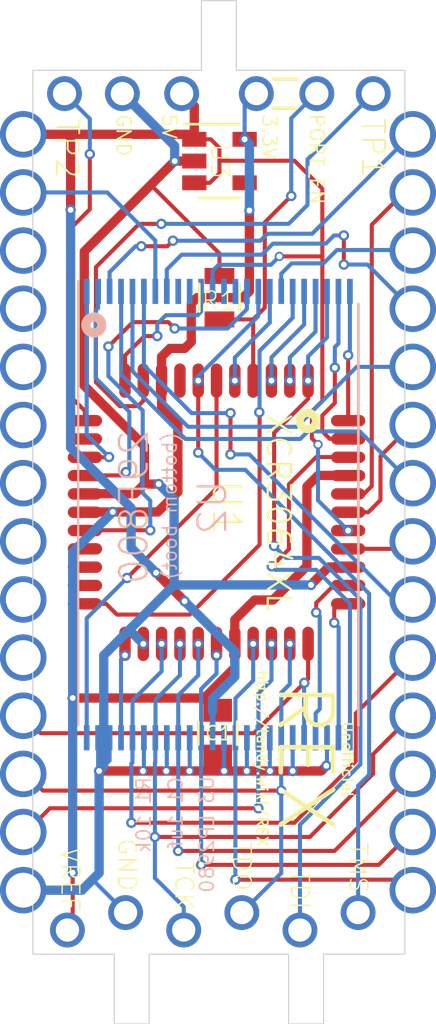
<source format=kicad_pcb>
(kicad_pcb (version 20171130) (host pcbnew 5.1.2-f72e74a~84~ubuntu19.04.1)

  (general
    (thickness 1.6)
    (drawings 41)
    (tracks 519)
    (zones 0)
    (modules 44)
    (nets 52)
  )

  (page A4)
  (layers
    (0 Top signal)
    (31 Bottom signal)
    (32 B.Adhes user hide)
    (33 F.Adhes user hide)
    (34 B.Paste user hide)
    (35 F.Paste user hide)
    (36 B.SilkS user)
    (37 F.SilkS user)
    (38 B.Mask user)
    (39 F.Mask user)
    (40 Dwgs.User user hide)
    (41 Cmts.User user hide)
    (42 Eco1.User user hide)
    (43 Eco2.User user hide)
    (44 Edge.Cuts user)
    (45 Margin user hide)
    (46 B.CrtYd user hide)
    (47 F.CrtYd user hide)
    (48 B.Fab user hide)
    (49 F.Fab user hide)
  )

  (setup
    (last_trace_width 0.1778)
    (user_trace_width 0.1778)
    (user_trace_width 0.3048)
    (user_trace_width 0.4064)
    (trace_clearance 0.1778)
    (zone_clearance 0.508)
    (zone_45_only no)
    (trace_min 0.1778)
    (via_size 0.4572)
    (via_drill 0.3048)
    (via_min_size 0.381)
    (via_min_drill 0.254)
    (user_via 0.4572 0.254)
    (user_via 0.5842 0.381)
    (uvia_size 0.3)
    (uvia_drill 0.1)
    (uvias_allowed no)
    (uvia_min_size 0.2)
    (uvia_min_drill 0.1)
    (edge_width 0.05)
    (segment_width 0.2)
    (pcb_text_width 0.3)
    (pcb_text_size 1.5 1.5)
    (mod_edge_width 0.12)
    (mod_text_size 1 1)
    (mod_text_width 0.15)
    (pad_size 2.032 2.032)
    (pad_drill 1.524)
    (pad_to_mask_clearance 0)
    (aux_axis_origin 0 0)
    (visible_elements FFFFFF7F)
    (pcbplotparams
      (layerselection 0x010fc_ffffffff)
      (usegerberextensions false)
      (usegerberattributes false)
      (usegerberadvancedattributes false)
      (creategerberjobfile false)
      (excludeedgelayer true)
      (linewidth 0.100000)
      (plotframeref false)
      (viasonmask false)
      (mode 1)
      (useauxorigin false)
      (hpglpennumber 1)
      (hpglpenspeed 20)
      (hpglpendiameter 15.000000)
      (psnegative false)
      (psa4output false)
      (plotreference true)
      (plotvalue true)
      (plotinvisibletext false)
      (padsonsilk false)
      (subtractmaskfromsilk false)
      (outputformat 1)
      (mirror false)
      (drillshape 1)
      (scaleselection 1)
      (outputdirectory ""))
  )

  (net 0 "")
  (net 1 GND)
  (net 2 +3V3)
  (net 3 /LVA17)
  (net 4 /LVA0)
  (net 5 /AD7)
  (net 6 /AD6)
  (net 7 /AD5)
  (net 8 /AD4)
  (net 9 /+5)
  (net 10 /AD3)
  (net 11 /AD2)
  (net 12 /AD1)
  (net 13 /AD0)
  (net 14 /LVA1)
  (net 15 /LVA2)
  (net 16 /LVA3)
  (net 17 /LVA4)
  (net 18 /LVA5)
  (net 19 /LVA6)
  (net 20 /LVA7)
  (net 21 /A8)
  (net 22 /LVA18)
  (net 23 /LVA19)
  (net 24 /A9)
  (net 25 /A10)
  (net 26 /A11)
  (net 27 /A12)
  (net 28 /A13)
  (net 29 /A14)
  (net 30 /LVA15)
  (net 31 /LVA16)
  (net 32 /PORT_EN)
  (net 33 /ALE)
  (net 34 /TP2)
  (net 35 /TP1)
  (net 36 "Net-(U1-Pad21)")
  (net 37 "Net-(U1-Pad20)")
  (net 38 "Net-(U1-Pad19)")
  (net 39 "Net-(U1-Pad13)")
  (net 40 "Net-(U1-Pad8)")
  (net 41 "Net-(U2-Pad9)")
  (net 42 "Net-(U2-Pad10)")
  (net 43 "Net-(U2-Pad13)")
  (net 44 "Net-(U2-Pad14)")
  (net 45 /~RD)
  (net 46 /~CS)
  (net 47 /~WE)
  (net 48 /RY_BY)
  (net 49 /~CE)
  (net 50 /~OE)
  (net 51 "Net-(U3-Pad4)")

  (net_class Default "This is the default net class."
    (clearance 0.1778)
    (trace_width 0.1778)
    (via_dia 0.4572)
    (via_drill 0.3048)
    (uvia_dia 0.3)
    (uvia_drill 0.1)
    (add_net +3V3)
    (add_net /+5)
    (add_net /A10)
    (add_net /A11)
    (add_net /A12)
    (add_net /A13)
    (add_net /A14)
    (add_net /A8)
    (add_net /A9)
    (add_net /AD0)
    (add_net /AD1)
    (add_net /AD2)
    (add_net /AD3)
    (add_net /AD4)
    (add_net /AD5)
    (add_net /AD6)
    (add_net /AD7)
    (add_net /ALE)
    (add_net /LVA0)
    (add_net /LVA1)
    (add_net /LVA15)
    (add_net /LVA16)
    (add_net /LVA17)
    (add_net /LVA18)
    (add_net /LVA19)
    (add_net /LVA2)
    (add_net /LVA3)
    (add_net /LVA4)
    (add_net /LVA5)
    (add_net /LVA6)
    (add_net /LVA7)
    (add_net /PORT_EN)
    (add_net /RY_BY)
    (add_net /TP1)
    (add_net /TP2)
    (add_net /~CE)
    (add_net /~CS)
    (add_net /~OE)
    (add_net /~RD)
    (add_net /~WE)
    (add_net GND)
    (add_net "Net-(U1-Pad13)")
    (add_net "Net-(U1-Pad19)")
    (add_net "Net-(U1-Pad20)")
    (add_net "Net-(U1-Pad21)")
    (add_net "Net-(U1-Pad8)")
    (add_net "Net-(U2-Pad10)")
    (add_net "Net-(U2-Pad13)")
    (add_net "Net-(U2-Pad14)")
    (add_net "Net-(U2-Pad9)")
    (add_net "Net-(U3-Pad4)")
  )

  (module REX:PIN_L (layer Top) (tedit 5D185200) (tstamp 5D07F093)
    (at 155.6893 115.697 180)
    (descr "<b>PIN HEADER</b>")
    (path /5D588643)
    (fp_text reference B15 (at -1.3462 -1.8288) (layer Cmts.User)
      (effects (font (size 1.2065 1.2065) (thickness 0.127)) (justify right bottom))
    )
    (fp_text value PIN (at -1.27 3.175) (layer F.Fab)
      (effects (font (size 1.2065 1.2065) (thickness 0.1016)) (justify right bottom))
    )
    (fp_poly (pts (xy -0.254 0.254) (xy 0.254 0.254) (xy 0.254 -0.254) (xy -0.254 -0.254)) (layer F.Fab) (width 0))
    (pad 1 thru_hole circle (at 0 0 180) (size 2.032 2.032) (drill 1.524) (layers *.Cu)
      (net 10 /AD3))
  )

  (module REX:PIN_L (layer Top) (tedit 5D185200) (tstamp 5D07F086)
    (at 155.6893 113.157 180)
    (descr "<b>PIN HEADER</b>")
    (path /5D5AA442)
    (fp_text reference B16 (at -1.3462 -1.8288) (layer Dwgs.User)
      (effects (font (size 1.2065 1.2065) (thickness 0.127)) (justify right bottom))
    )
    (fp_text value PIN (at -1.27 3.175) (layer F.Fab)
      (effects (font (size 1.2065 1.2065) (thickness 0.1016)) (justify right bottom))
    )
    (fp_poly (pts (xy -0.254 0.254) (xy 0.254 0.254) (xy 0.254 -0.254) (xy -0.254 -0.254)) (layer F.Fab) (width 0))
    (pad 1 thru_hole circle (at 0 0 180) (size 2.032 2.032) (drill 1.524) (layers *.Cu)
      (net 8 /AD4))
  )

  (module REX:PIN_L (layer Top) (tedit 5D185200) (tstamp 5D07F079)
    (at 155.6893 110.617 180)
    (descr "<b>PIN HEADER</b>")
    (path /5D5AAD1C)
    (fp_text reference B17 (at -1.3462 -1.8288) (layer Dwgs.User)
      (effects (font (size 1.2065 1.2065) (thickness 0.127)) (justify right bottom))
    )
    (fp_text value PIN (at -1.27 3.175) (layer F.Fab)
      (effects (font (size 1.2065 1.2065) (thickness 0.1016)) (justify right bottom))
    )
    (fp_poly (pts (xy -0.254 0.254) (xy 0.254 0.254) (xy 0.254 -0.254) (xy -0.254 -0.254)) (layer F.Fab) (width 0))
    (pad 1 thru_hole circle (at 0 0 180) (size 2.032 2.032) (drill 1.524) (layers *.Cu)
      (net 7 /AD5))
  )

  (module REX:PIN_L (layer Top) (tedit 5D185200) (tstamp 5D07F06C)
    (at 155.6893 108.077 180)
    (descr "<b>PIN HEADER</b>")
    (path /5D5AB305)
    (fp_text reference B18 (at -1.3462 -1.8288) (layer Dwgs.User)
      (effects (font (size 1.2065 1.2065) (thickness 0.127)) (justify right bottom))
    )
    (fp_text value PIN (at -1.27 3.175) (layer F.Fab)
      (effects (font (size 1.2065 1.2065) (thickness 0.1016)) (justify right bottom))
    )
    (fp_poly (pts (xy -0.254 0.254) (xy 0.254 0.254) (xy 0.254 -0.254) (xy -0.254 -0.254)) (layer F.Fab) (width 0))
    (pad 1 thru_hole circle (at 0 0 180) (size 2.032 2.032) (drill 1.524) (layers *.Cu)
      (net 6 /AD6))
  )

  (module REX:PIN_L (layer Top) (tedit 5D185200) (tstamp 5D07F052)
    (at 155.6893 102.997 180)
    (descr "<b>PIN HEADER</b>")
    (path /5D5ABDDB)
    (fp_text reference B20 (at -1.3462 -1.8288) (layer Dwgs.User)
      (effects (font (size 1.2065 1.2065) (thickness 0.127)) (justify right bottom))
    )
    (fp_text value PIN (at -1.27 3.175) (layer F.Fab)
      (effects (font (size 1.2065 1.2065) (thickness 0.1016)) (justify right bottom))
    )
    (fp_poly (pts (xy -0.254 0.254) (xy 0.254 0.254) (xy 0.254 -0.254) (xy -0.254 -0.254)) (layer F.Fab) (width 0))
    (pad 1 thru_hole circle (at 0 0 180) (size 2.032 2.032) (drill 1.524) (layers *.Cu)
      (net 26 /A11))
  )

  (module REX:PIN_L (layer Top) (tedit 5D185200) (tstamp 5D07F045)
    (at 155.6893 100.457 180)
    (descr "<b>PIN HEADER</b>")
    (path /5D5AC68C)
    (fp_text reference B21 (at -1.3462 -1.8288) (layer Dwgs.User)
      (effects (font (size 1.2065 1.2065) (thickness 0.127)) (justify right bottom))
    )
    (fp_text value PIN (at -1.27 3.175) (layer F.Fab)
      (effects (font (size 1.2065 1.2065) (thickness 0.1016)) (justify right bottom))
    )
    (fp_poly (pts (xy -0.254 0.254) (xy 0.254 0.254) (xy 0.254 -0.254) (xy -0.254 -0.254)) (layer F.Fab) (width 0))
    (pad 1 thru_hole circle (at 0 0 180) (size 2.032 2.032) (drill 1.524) (layers *.Cu)
      (net 45 /~RD))
  )

  (module REX:PIN_L (layer Top) (tedit 5D185200) (tstamp 5D07F038)
    (at 155.6893 97.917 180)
    (descr "<b>PIN HEADER</b>")
    (path /5D5ACABA)
    (fp_text reference B22 (at -1.3462 -1.8288) (layer Dwgs.User)
      (effects (font (size 1.2065 1.2065) (thickness 0.127)) (justify right bottom))
    )
    (fp_text value PIN (at -1.27 3.175) (layer F.Fab)
      (effects (font (size 1.2065 1.2065) (thickness 0.1016)) (justify right bottom))
    )
    (fp_poly (pts (xy -0.254 0.254) (xy 0.254 0.254) (xy 0.254 -0.254) (xy -0.254 -0.254)) (layer F.Fab) (width 0))
    (pad 1 thru_hole circle (at 0 0 180) (size 2.032 2.032) (drill 1.524) (layers *.Cu)
      (net 28 /A13))
  )

  (module REX:PIN_L (layer Top) (tedit 5D185200) (tstamp 5D07F02B)
    (at 155.6893 95.377 180)
    (descr "<b>PIN HEADER</b>")
    (path /5D5AD5D7)
    (fp_text reference B23 (at -1.3462 -1.8288) (layer Dwgs.User)
      (effects (font (size 1.2065 1.2065) (thickness 0.127)) (justify right bottom))
    )
    (fp_text value PIN (at -1.27 3.175) (layer F.Fab)
      (effects (font (size 1.2065 1.2065) (thickness 0.1016)) (justify right bottom))
    )
    (fp_poly (pts (xy -0.254 0.254) (xy 0.254 0.254) (xy 0.254 -0.254) (xy -0.254 -0.254)) (layer F.Fab) (width 0))
    (pad 1 thru_hole circle (at 0 0 180) (size 2.032 2.032) (drill 1.524) (layers *.Cu)
      (net 33 /ALE))
  )

  (module REX:PIN_L (layer Top) (tedit 5D185200) (tstamp 5D07F01E)
    (at 155.6893 92.837 180)
    (descr "<b>PIN HEADER</b>")
    (path /5D5ADB7E)
    (fp_text reference B24 (at -1.3462 -1.8288) (layer Dwgs.User)
      (effects (font (size 1.2065 1.2065) (thickness 0.127)) (justify right bottom))
    )
    (fp_text value PIN (at -1.27 3.175) (layer F.Fab)
      (effects (font (size 1.2065 1.2065) (thickness 0.1016)) (justify right bottom))
    )
    (fp_poly (pts (xy -0.254 0.254) (xy 0.254 0.254) (xy 0.254 -0.254) (xy -0.254 -0.254)) (layer F.Fab) (width 0))
    (pad 1 thru_hole circle (at 0 0 180) (size 2.032 2.032) (drill 1.524) (layers *.Cu)
      (net 27 /A12))
  )

  (module REX:PIN_L (layer Top) (tedit 5D185200) (tstamp 5D07F011)
    (at 155.6893 90.297 180)
    (descr "<b>PIN HEADER</b>")
    (path /5D5ADF65)
    (fp_text reference B25 (at -1.3462 -1.8288) (layer Dwgs.User)
      (effects (font (size 1.2065 1.2065) (thickness 0.127)) (justify right bottom))
    )
    (fp_text value PIN (at -1.27 3.175) (layer F.Fab)
      (effects (font (size 1.2065 1.2065) (thickness 0.1016)) (justify right bottom))
    )
    (fp_poly (pts (xy -0.254 0.254) (xy 0.254 0.254) (xy 0.254 -0.254) (xy -0.254 -0.254)) (layer F.Fab) (width 0))
    (pad 1 thru_hole circle (at 0 0 180) (size 2.032 2.032) (drill 1.524) (layers *.Cu)
      (net 24 /A9))
  )

  (module REX:PIN_L (layer Top) (tedit 5D185200) (tstamp 5D07F004)
    (at 155.6893 87.757 180)
    (descr "<b>PIN HEADER</b>")
    (path /5D5AE355)
    (fp_text reference B26 (at -1.3462 -1.8288) (layer Dwgs.User)
      (effects (font (size 1.2065 1.2065) (thickness 0.127)) (justify right bottom))
    )
    (fp_text value PIN (at -1.27 3.175) (layer F.Fab)
      (effects (font (size 1.2065 1.2065) (thickness 0.1016)) (justify right bottom))
    )
    (fp_poly (pts (xy -0.254 0.254) (xy 0.254 0.254) (xy 0.254 -0.254) (xy -0.254 -0.254)) (layer F.Fab) (width 0))
    (pad 1 thru_hole circle (at 0 0 180) (size 2.032 2.032) (drill 1.524) (layers *.Cu)
      (net 21 /A8))
  )

  (module REX:PIN_L (layer Top) (tedit 5D185200) (tstamp 5D07EFF7)
    (at 155.6893 85.217 180)
    (descr "<b>PIN HEADER</b>")
    (path /5D5AE6C4)
    (fp_text reference B27 (at -1.3462 -1.8288) (layer Dwgs.User)
      (effects (font (size 1.2065 1.2065) (thickness 0.127)) (justify right bottom))
    )
    (fp_text value PIN (at -1.27 3.175) (layer F.Fab)
      (effects (font (size 1.2065 1.2065) (thickness 0.1016)) (justify right bottom))
    )
    (fp_poly (pts (xy -0.254 0.254) (xy 0.254 0.254) (xy 0.254 -0.254) (xy -0.254 -0.254)) (layer F.Fab) (width 0))
    (pad 1 thru_hole circle (at 0 0 180) (size 2.032 2.032) (drill 1.524) (layers *.Cu)
      (net 46 /~CS))
  )

  (module REX:PIN_L (layer Top) (tedit 5D185200) (tstamp 5D07EFEA)
    (at 155.6893 82.677 180)
    (descr "<b>PIN HEADER</b>")
    (path /5D5AECAC)
    (fp_text reference B28 (at -1.3462 -1.8288) (layer Dwgs.User)
      (effects (font (size 1.2065 1.2065) (thickness 0.127)) (justify right bottom))
    )
    (fp_text value PIN (at -1.27 3.175) (layer F.Fab)
      (effects (font (size 1.2065 1.2065) (thickness 0.1016)) (justify right bottom))
    )
    (fp_poly (pts (xy -0.254 0.254) (xy 0.254 0.254) (xy 0.254 -0.254) (xy -0.254 -0.254)) (layer F.Fab) (width 0))
    (pad 1 thru_hole circle (at 0 0 180) (size 2.032 2.032) (drill 1.524) (layers *.Cu)
      (net 29 /A14))
  )

  (module REX:PIN_L (layer Top) (tedit 5D185200) (tstamp 5D07EF4E)
    (at 138.6713 110.617 180)
    (descr "<b>PIN HEADER</b>")
    (path /5D4EEE3C)
    (fp_text reference B12 (at -1.3462 -1.8288) (layer Dwgs.User)
      (effects (font (size 1.2065 1.2065) (thickness 0.127)) (justify right bottom))
    )
    (fp_text value PIN (at -1.27 3.175) (layer F.Fab)
      (effects (font (size 1.2065 1.2065) (thickness 0.1016)) (justify right bottom))
    )
    (fp_poly (pts (xy -0.254 0.254) (xy 0.254 0.254) (xy 0.254 -0.254) (xy -0.254 -0.254)) (layer F.Fab) (width 0))
    (pad 1 thru_hole circle (at 0 0 180) (size 2.032 2.032) (drill 1.524) (layers *.Cu)
      (net 12 /AD1))
  )

  (module REX:PIN_L (layer Top) (tedit 5D185200) (tstamp 5D07EF34)
    (at 138.6713 115.697 180)
    (descr "<b>PIN HEADER</b>")
    (path /5D4EE21D)
    (fp_text reference B14 (at -1.3462 -1.8288) (layer Dwgs.User)
      (effects (font (size 1.2065 1.2065) (thickness 0.127)) (justify right bottom))
    )
    (fp_text value PIN (at -1.27 3.175) (layer F.Fab)
      (effects (font (size 1.2065 1.2065) (thickness 0.1016)) (justify right bottom))
    )
    (fp_poly (pts (xy -0.254 0.254) (xy 0.254 0.254) (xy 0.254 -0.254) (xy -0.254 -0.254)) (layer F.Fab) (width 0))
    (pad 1 thru_hole circle (at 0 0 180) (size 2.032 2.032) (drill 1.524) (layers *.Cu)
      (net 1 GND))
  )

  (module REX:PIN_L (layer Top) (tedit 5D185200) (tstamp 5D07EF41)
    (at 138.6713 113.157 180)
    (descr "<b>PIN HEADER</b>")
    (path /5D4EE991)
    (fp_text reference B13 (at -1.3462 -1.8288) (layer Dwgs.User)
      (effects (font (size 1.2065 1.2065) (thickness 0.127)) (justify right bottom))
    )
    (fp_text value PIN (at -1.27 3.175) (layer F.Fab)
      (effects (font (size 1.2065 1.2065) (thickness 0.1016)) (justify right bottom))
    )
    (fp_poly (pts (xy -0.254 0.254) (xy 0.254 0.254) (xy 0.254 -0.254) (xy -0.254 -0.254)) (layer F.Fab) (width 0))
    (pad 1 thru_hole circle (at 0 0 180) (size 2.032 2.032) (drill 1.524) (layers *.Cu)
      (net 11 /AD2))
  )

  (module REX:PIN_L (layer Top) (tedit 5D185200) (tstamp 5D07EF5B)
    (at 138.6713 108.077 180)
    (descr "<b>PIN HEADER</b>")
    (path /5D4EF0FA)
    (fp_text reference B11 (at -1.3462 -1.8288) (layer Dwgs.User)
      (effects (font (size 1.2065 1.2065) (thickness 0.127)) (justify right bottom))
    )
    (fp_text value PIN (at -1.27 3.175) (layer F.Fab)
      (effects (font (size 1.2065 1.2065) (thickness 0.1016)) (justify right bottom))
    )
    (fp_poly (pts (xy -0.254 0.254) (xy 0.254 0.254) (xy 0.254 -0.254) (xy -0.254 -0.254)) (layer F.Fab) (width 0))
    (pad 1 thru_hole circle (at 0 0 180) (size 2.032 2.032) (drill 1.524) (layers *.Cu)
      (net 13 /AD0))
  )

  (module REX:PIN_L (layer Top) (tedit 5D185200) (tstamp 5D07EFC3)
    (at 138.6713 105.537 180)
    (descr "<b>PIN HEADER</b>")
    (path /D0458224)
    (fp_text reference B10 (at -1.3462 -1.8288) (layer Dwgs.User)
      (effects (font (size 1.2065 1.2065) (thickness 0.127)) (justify right bottom))
    )
    (fp_text value PINHD-1X1_REX (at -1.27 3.175) (layer F.Fab)
      (effects (font (size 1.2065 1.2065) (thickness 0.1016)) (justify right bottom))
    )
    (fp_poly (pts (xy -0.254 0.254) (xy 0.254 0.254) (xy 0.254 -0.254) (xy -0.254 -0.254)) (layer F.Fab) (width 0))
    (pad 1 thru_hole circle (at 0 0 180) (size 2.032 2.032) (drill 1.524) (layers *.Cu))
  )

  (module REX:PIN_L (layer Top) (tedit 5D185200) (tstamp 5D07EF75)
    (at 138.6713 102.997 180)
    (descr "<b>PIN HEADER</b>")
    (path /9B8BA149)
    (fp_text reference B9 (at -1.3462 -1.8288) (layer Dwgs.User)
      (effects (font (size 1.2065 1.2065) (thickness 0.127)) (justify right bottom))
    )
    (fp_text value PINHD-1X1_REX (at -1.27 3.175) (layer F.Fab)
      (effects (font (size 1.2065 1.2065) (thickness 0.1016)) (justify right bottom))
    )
    (fp_poly (pts (xy -0.254 0.254) (xy 0.254 0.254) (xy 0.254 -0.254) (xy -0.254 -0.254)) (layer F.Fab) (width 0))
    (pad 1 thru_hole circle (at 0 0 180) (size 2.032 2.032) (drill 1.524) (layers *.Cu))
  )

  (module REX:PIN_L (layer Top) (tedit 5D185200) (tstamp 5D07EF8F)
    (at 138.6713 100.457 180)
    (descr "<b>PIN HEADER</b>")
    (path /283E49E7)
    (fp_text reference B8 (at -1.3462 -1.8288) (layer Dwgs.User)
      (effects (font (size 1.2065 1.2065) (thickness 0.127)) (justify right bottom))
    )
    (fp_text value PINHD-1X1_REX (at -1.27 3.175) (layer F.Fab)
      (effects (font (size 1.2065 1.2065) (thickness 0.1016)) (justify right bottom))
    )
    (fp_poly (pts (xy -0.254 0.254) (xy 0.254 0.254) (xy 0.254 -0.254) (xy -0.254 -0.254)) (layer F.Fab) (width 0))
    (pad 1 thru_hole circle (at 0 0 180) (size 2.032 2.032) (drill 1.524) (layers *.Cu))
  )

  (module REX:PIN_L (layer Top) (tedit 5D185200) (tstamp 5D07EF9C)
    (at 138.6713 97.917 180)
    (descr "<b>PIN HEADER</b>")
    (path /CB8F9854)
    (fp_text reference B7 (at -1.3462 -1.8288) (layer Dwgs.User)
      (effects (font (size 1.2065 1.2065) (thickness 0.127)) (justify right bottom))
    )
    (fp_text value PINHD-1X1_REX (at -1.27 3.175) (layer F.Fab)
      (effects (font (size 1.2065 1.2065) (thickness 0.1016)) (justify right bottom))
    )
    (fp_poly (pts (xy -0.254 0.254) (xy 0.254 0.254) (xy 0.254 -0.254) (xy -0.254 -0.254)) (layer F.Fab) (width 0))
    (pad 1 thru_hole circle (at 0 0 180) (size 2.032 2.032) (drill 1.524) (layers *.Cu))
  )

  (module REX:PIN_L (layer Top) (tedit 5D185200) (tstamp 5D07EF68)
    (at 138.6713 95.377 180)
    (descr "<b>PIN HEADER</b>")
    (path /E90442EA)
    (fp_text reference B6 (at -1.3462 -1.8288) (layer Dwgs.User)
      (effects (font (size 1.2065 1.2065) (thickness 0.127)) (justify right bottom))
    )
    (fp_text value PINHD-1X1_REX (at -1.27 3.175) (layer F.Fab)
      (effects (font (size 1.2065 1.2065) (thickness 0.1016)) (justify right bottom))
    )
    (fp_poly (pts (xy -0.254 0.254) (xy 0.254 0.254) (xy 0.254 -0.254) (xy -0.254 -0.254)) (layer F.Fab) (width 0))
    (pad 1 thru_hole circle (at 0 0 180) (size 2.032 2.032) (drill 1.524) (layers *.Cu))
  )

  (module REX:PIN_L (layer Top) (tedit 5D185200) (tstamp 5D07EF82)
    (at 138.6713 92.837 180)
    (descr "<b>PIN HEADER</b>")
    (path /9B2F7804)
    (fp_text reference B5 (at -1.3462 -1.8288) (layer Dwgs.User)
      (effects (font (size 1.2065 1.2065) (thickness 0.127)) (justify right bottom))
    )
    (fp_text value PINHD-1X1_REX (at -1.27 3.175) (layer F.Fab)
      (effects (font (size 1.2065 1.2065) (thickness 0.1016)) (justify right bottom))
    )
    (fp_poly (pts (xy -0.254 0.254) (xy 0.254 0.254) (xy 0.254 -0.254) (xy -0.254 -0.254)) (layer F.Fab) (width 0))
    (pad 1 thru_hole circle (at 0 0 180) (size 2.032 2.032) (drill 1.524) (layers *.Cu))
  )

  (module REX:PIN_L (layer Top) (tedit 5D185200) (tstamp 5D07EFA9)
    (at 138.6713 90.297 180)
    (descr "<b>PIN HEADER</b>")
    (path /777B985C)
    (fp_text reference B4 (at -1.3462 -1.8288) (layer Dwgs.User)
      (effects (font (size 1.2065 1.2065) (thickness 0.127)) (justify right bottom))
    )
    (fp_text value PINHD-1X1_REX (at -1.27 3.175) (layer F.Fab)
      (effects (font (size 1.2065 1.2065) (thickness 0.1016)) (justify right bottom))
    )
    (fp_poly (pts (xy -0.254 0.254) (xy 0.254 0.254) (xy 0.254 -0.254) (xy -0.254 -0.254)) (layer F.Fab) (width 0))
    (pad 1 thru_hole circle (at 0 0 180) (size 2.032 2.032) (drill 1.524) (layers *.Cu))
  )

  (module REX:PIN_L (layer Top) (tedit 5D185200) (tstamp 5D07EFB6)
    (at 138.6713 87.757 180)
    (descr "<b>PIN HEADER</b>")
    (path /491AF09A)
    (fp_text reference B3 (at -1.3462 -1.8288 180) (layer Dwgs.User)
      (effects (font (size 1.2065 1.2065) (thickness 0.127)) (justify left bottom))
    )
    (fp_text value PINHD-1X1_REX (at -1.27 3.175 180) (layer F.Fab)
      (effects (font (size 1.2065 1.2065) (thickness 0.1016)) (justify left bottom))
    )
    (fp_poly (pts (xy -0.254 0.254) (xy 0.254 0.254) (xy 0.254 -0.254) (xy -0.254 -0.254)) (layer F.Fab) (width 0))
    (pad 1 thru_hole circle (at 0 0 180) (size 2.032 2.032) (drill 1.524) (layers *.Cu))
  )

  (module REX:PIN_L (layer Top) (tedit 5D185200) (tstamp 5D07EFD0)
    (at 138.6713 85.217 180)
    (descr "<b>PIN HEADER</b>")
    (path /5D4F0C26)
    (fp_text reference B2 (at -1.3462 -1.8288 180) (layer Dwgs.User)
      (effects (font (size 1.2065 1.2065) (thickness 0.127)) (justify left bottom))
    )
    (fp_text value PIN (at -1.27 3.175 180) (layer F.Fab)
      (effects (font (size 1.2065 1.2065) (thickness 0.1016)) (justify left bottom))
    )
    (fp_poly (pts (xy -0.254 0.254) (xy 0.254 0.254) (xy 0.254 -0.254) (xy -0.254 -0.254)) (layer F.Fab) (width 0))
    (pad 1 thru_hole circle (at 0 0 180) (size 2.032 2.032) (drill 1.524) (layers *.Cu)
      (net 25 /A10))
  )

  (module REX:PIN_L (layer Top) (tedit 5D185200) (tstamp 5D07EFDD)
    (at 138.6713 82.677 180)
    (descr "<b>PIN HEADER</b>")
    (path /5D4F1A3B)
    (fp_text reference B1 (at -1.3462 -1.8288) (layer Dwgs.User)
      (effects (font (size 1.2065 1.2065) (thickness 0.127)) (justify right bottom))
    )
    (fp_text value PIN (at -1.27 3.175) (layer F.Fab)
      (effects (font (size 1.2065 1.2065) (thickness 0.1016)) (justify right bottom))
    )
    (fp_poly (pts (xy -0.254 0.254) (xy 0.254 0.254) (xy 0.254 -0.254) (xy -0.254 -0.254)) (layer F.Fab) (width 0))
    (pad 1 thru_hole circle (at 0 0 180) (size 2.032 2.032) (drill 1.524) (layers *.Cu)
      (net 9 /+5))
  )

  (module REX:JP (layer Top) (tedit 5D184DEC) (tstamp 5D170FF7)
    (at 148.8567 80.899 180)
    (descr "<b>PIN HEADER</b>")
    (path /5D1DB66C)
    (fp_text reference JP1 (at -1.3462 -1.8288) (layer Dwgs.User)
      (effects (font (size 1.2065 1.2065) (thickness 0.127)) (justify right bottom))
    )
    (fp_text value PRG (at -2.0828 3.0734) (layer F.Fab)
      (effects (font (size 1.2065 1.2065) (thickness 0.1016)) (justify right bottom))
    )
    (fp_poly (pts (xy -2.8956 0.254) (xy -2.3876 0.254) (xy -2.3876 -0.254) (xy -2.8956 -0.254)) (layer F.Fab) (width 0))
    (fp_poly (pts (xy -0.254 0.254) (xy 0.254 0.254) (xy 0.254 -0.254) (xy -0.254 -0.254)) (layer F.Fab) (width 0))
    (pad 1 thru_hole circle (at -2.6416 0 180) (size 1.524 1.524) (drill 1.016) (layers *.Cu *.Mask)
      (net 32 /PORT_EN))
    (pad 2 thru_hole circle (at 0 0 180) (size 1.524 1.524) (drill 1.016) (layers *.Cu *.Mask)
      (net 2 +3V3))
  )

  (module REX:PIN_S (layer Top) (tedit 5D184940) (tstamp 5D1848AC)
    (at 145.5928 80.899)
    (descr "<b>PIN HEADER</b>")
    (path /5D3AFE96)
    (fp_text reference AP2 (at -1.3462 -1.8288 -180) (layer Dwgs.User)
      (effects (font (size 1.2065 1.2065) (thickness 0.127)) (justify right bottom))
    )
    (fp_text value PIN-1X1 (at 2.7686 2.9972 -180) (layer F.Fab)
      (effects (font (size 1.2065 1.2065) (thickness 0.1016)) (justify right bottom))
    )
    (fp_poly (pts (xy -0.254 0.254) (xy 0.254 0.254) (xy 0.254 -0.254) (xy -0.254 -0.254)) (layer F.Fab) (width 0))
    (pad 1 thru_hole circle (at 0 0) (size 1.524 1.524) (drill 1.016) (layers *.Cu *.Mask)
      (net 9 /+5))
  )

  (module REX:PIN_S (layer Top) (tedit 5D184919) (tstamp 5D18489C)
    (at 143.002 80.899)
    (descr "<b>PIN HEADER</b>")
    (path /5D3B0CFA)
    (fp_text reference AP1 (at -1.3462 -1.8288 -180) (layer Dwgs.User)
      (effects (font (size 1.2065 1.2065) (thickness 0.127)) (justify right bottom))
    )
    (fp_text value PIN-1X1 (at 2.7686 2.9972 -180) (layer F.Fab)
      (effects (font (size 1.2065 1.2065) (thickness 0.1016)) (justify right bottom))
    )
    (fp_poly (pts (xy -0.254 0.254) (xy 0.254 0.254) (xy 0.254 -0.254) (xy -0.254 -0.254)) (layer F.Fab) (width 0))
    (pad 1 thru_hole circle (at 0 0) (size 1.524 1.524) (drill 1.016) (layers *.Cu *.Mask)
      (net 1 GND))
  )

  (module REX:PIN_S (layer Top) (tedit 5D183772) (tstamp 5D07EEE6)
    (at 153.3017 116.6749 180)
    (descr "<b>PIN HEADER</b>")
    (path /E3B6720A)
    (fp_text reference TMS1 (at -1.3462 -1.8288) (layer Cmts.User)
      (effects (font (size 1.2065 1.2065) (thickness 0.127)) (justify right bottom))
    )
    (fp_text value PINHD-1X1 (at -1.27 3.175) (layer F.Fab)
      (effects (font (size 1.2065 1.2065) (thickness 0.1016)) (justify right bottom))
    )
    (fp_poly (pts (xy -0.254 0.254) (xy 0.254 0.254) (xy 0.254 -0.254) (xy -0.254 -0.254)) (layer F.Fab) (width 0))
    (pad 1 thru_hole circle (at 0 0 180) (size 1.524 1.524) (drill 1.016) (layers *.Cu *.Mask)
      (net 23 /LVA19))
  )

  (module REX:PIN_S (layer Top) (tedit 5D183772) (tstamp 5D07EF00)
    (at 150.7617 117.4369 180)
    (descr "<b>PIN HEADER</b>")
    (path /7E2C5476)
    (fp_text reference TDI1 (at -1.3462 -1.8288) (layer Cmts.User)
      (effects (font (size 1.2065 1.2065) (thickness 0.127)) (justify right bottom))
    )
    (fp_text value PINHD-1X1 (at -1.27 3.175) (layer F.Fab)
      (effects (font (size 1.2065 1.2065) (thickness 0.1016)) (justify right bottom))
    )
    (fp_poly (pts (xy -0.254 0.254) (xy 0.254 0.254) (xy 0.254 -0.254) (xy -0.254 -0.254)) (layer F.Fab) (width 0))
    (pad 1 thru_hole circle (at 0 0 180) (size 1.524 1.524) (drill 1.016) (layers *.Cu *.Mask)
      (net 17 /LVA4))
  )

  (module REX:PIN_S (layer Top) (tedit 5D183772) (tstamp 5D07EF0D)
    (at 148.2217 116.6749 180)
    (descr "<b>PIN HEADER</b>")
    (path /DED3DCDB)
    (fp_text reference TDO1 (at -1.3462 -1.8288) (layer Cmts.User)
      (effects (font (size 1.2065 1.2065) (thickness 0.127)) (justify right bottom))
    )
    (fp_text value PINHD-1X1 (at -1.27 3.175) (layer F.Fab)
      (effects (font (size 1.2065 1.2065) (thickness 0.1016)) (justify right bottom))
    )
    (fp_poly (pts (xy -0.254 0.254) (xy 0.254 0.254) (xy 0.254 -0.254) (xy -0.254 -0.254)) (layer F.Fab) (width 0))
    (pad 1 thru_hole circle (at 0 0 180) (size 1.524 1.524) (drill 1.016) (layers *.Cu *.Mask)
      (net 12 /AD1))
  )

  (module REX:PIN_S (layer Top) (tedit 5D183772) (tstamp 5D07EEF3)
    (at 145.6817 117.4369 180)
    (descr "<b>PIN HEADER</b>")
    (path /6F8498F9)
    (fp_text reference TCK1 (at -1.3462 -1.8288) (layer Cmts.User)
      (effects (font (size 1.2065 1.2065) (thickness 0.127)) (justify right bottom))
    )
    (fp_text value PINHD-1X1 (at -1.27 3.175) (layer F.Fab)
      (effects (font (size 1.2065 1.2065) (thickness 0.1016)) (justify right bottom))
    )
    (fp_poly (pts (xy -0.254 0.254) (xy 0.254 0.254) (xy 0.254 -0.254) (xy -0.254 -0.254)) (layer F.Fab) (width 0))
    (pad 1 thru_hole circle (at 0 0 180) (size 1.524 1.524) (drill 1.016) (layers *.Cu *.Mask)
      (net 6 /AD6))
  )

  (module REX:PIN_S (layer Top) (tedit 5D183772) (tstamp 5D07EF1A)
    (at 143.1417 116.6749 180)
    (descr "<b>PIN HEADER</b>")
    (path /DB8695AC)
    (fp_text reference GND1 (at -1.3462 -1.8288) (layer Dwgs.User)
      (effects (font (size 1.2065 1.2065) (thickness 0.127)) (justify right bottom))
    )
    (fp_text value PINHD-1X1 (at -1.27 3.175) (layer F.Fab)
      (effects (font (size 1.2065 1.2065) (thickness 0.1016)) (justify right bottom))
    )
    (fp_poly (pts (xy -0.254 0.254) (xy 0.254 0.254) (xy 0.254 -0.254) (xy -0.254 -0.254)) (layer F.Fab) (width 0))
    (pad 1 thru_hole circle (at 0 0 180) (size 1.524 1.524) (drill 1.016) (layers *.Cu *.Mask)
      (net 1 GND))
  )

  (module REX:PIN_S (layer Top) (tedit 5D183772) (tstamp 5D07EF27)
    (at 140.6017 117.4369 180)
    (descr "<b>PIN HEADER</b>")
    (path /45104599)
    (fp_text reference VREF1 (at -1.3462 -1.8288) (layer Dwgs.User)
      (effects (font (size 1.2065 1.2065) (thickness 0.127)) (justify right bottom))
    )
    (fp_text value PIN-1X1 (at -1.27 3.175) (layer F.Fab)
      (effects (font (size 1.2065 1.2065) (thickness 0.1016)) (justify right bottom))
    )
    (fp_poly (pts (xy -0.254 0.254) (xy 0.254 0.254) (xy 0.254 -0.254) (xy -0.254 -0.254)) (layer F.Fab) (width 0))
    (pad 1 thru_hole circle (at 0 0 180) (size 1.524 1.524) (drill 1.016) (layers *.Cu *.Mask)
      (net 2 +3V3))
  )

  (module REX:PIN_S (layer Top) (tedit 5D183772) (tstamp 5D07F0BB)
    (at 153.9621 80.899 180)
    (descr "<b>PIN HEADER</b>")
    (path /E5F42BB8)
    (fp_text reference TP1 (at -1.3462 -1.8288) (layer Dwgs.User)
      (effects (font (size 1.2065 1.2065) (thickness 0.127)) (justify right bottom))
    )
    (fp_text value PINHD-1X1 (at -1.27 3.175) (layer F.Fab)
      (effects (font (size 1.2065 1.2065) (thickness 0.1016)) (justify right bottom))
    )
    (fp_poly (pts (xy -0.254 0.254) (xy 0.254 0.254) (xy 0.254 -0.254) (xy -0.254 -0.254)) (layer F.Fab) (width 0))
    (pad 1 thru_hole circle (at 0 0 180) (size 1.524 1.524) (drill 1.016) (layers *.Cu *.Mask)
      (net 35 /TP1))
  )

  (module REX:PIN_S (layer Top) (tedit 5D183772) (tstamp 5D07F0AE)
    (at 140.4747 80.899 180)
    (descr "<b>PIN HEADER</b>")
    (path /93FB0C53)
    (fp_text reference TP2 (at -1.3462 -1.8288) (layer Dwgs.User)
      (effects (font (size 1.2065 1.2065) (thickness 0.127)) (justify right bottom))
    )
    (fp_text value PINHD-1X1 (at -1.27 3.175) (layer F.Fab)
      (effects (font (size 1.2065 1.2065) (thickness 0.1016)) (justify right bottom))
    )
    (fp_poly (pts (xy -0.254 0.254) (xy 0.254 0.254) (xy 0.254 -0.254) (xy -0.254 -0.254)) (layer F.Fab) (width 0))
    (pad 1 thru_hole circle (at 0 0 180) (size 1.524 1.524) (drill 1.016) (layers *.Cu *.Mask)
      (net 34 /TP2))
  )

  (module REX:QFP44 (layer Top) (tedit 5D1827E2) (tstamp 5D07EEA8)
    (at 147.1168 99.187 270)
    (path /BABD3B23)
    (attr smd)
    (fp_text reference U1 (at -1.4859 0.2667 270 unlocked) (layer F.SilkS)
      (effects (font (size 1.2065 1.2065) (thickness 0.1016)) (justify left bottom))
    )
    (fp_text value XCR3064XL-10VQ44 (at -3.81 0 270) (layer Dwgs.User)
      (effects (font (size 1.2065 1.2065) (thickness 0.1016)) (justify left bottom))
    )
    (fp_text user %R (at 0 0 270) (layer F.Fab)
      (effects (font (size 1 1) (thickness 0.15)))
    )
    (fp_line (start 6 6) (end 6 -6) (layer F.Fab) (width 0.1))
    (fp_line (start -6 6) (end 6 6) (layer F.Fab) (width 0.1))
    (fp_line (start -6 -6) (end -6 6) (layer F.Fab) (width 0.1))
    (fp_line (start 6 -6) (end -6 -6) (layer F.Fab) (width 0.1))
    (fp_circle (center -3.9878 -3.9878) (end -3.8116 -3.9878) (layer F.SilkS) (width 0.3556))
    (fp_circle (center -5.715 -5.715) (end -5.715 -5.815) (layer F.Fab) (width 0.2))
    (fp_line (start -6.7 -6.7) (end 6.7 -6.7) (layer F.CrtYd) (width 0.1))
    (fp_line (start 6.7 -6.7) (end 6.7 6.7) (layer F.CrtYd) (width 0.1))
    (fp_line (start 6.7 6.7) (end -6.7 6.7) (layer F.CrtYd) (width 0.1))
    (fp_line (start -6.7 6.7) (end -6.7 -6.7) (layer F.CrtYd) (width 0.1))
    (pad 1 smd oval (at -5.75 -4) (size 0.5 1.5) (layers Top F.Paste F.Mask)
      (net 17 /LVA4))
    (pad 2 smd oval (at -5.75 -3.2) (size 0.5 1.5) (layers Top F.Paste F.Mask)
      (net 18 /LVA5))
    (pad 3 smd oval (at -5.75 -2.4) (size 0.5 1.5) (layers Top F.Paste F.Mask)
      (net 19 /LVA6))
    (pad 4 smd oval (at -5.75 -1.6) (size 0.5 1.5) (layers Top F.Paste F.Mask)
      (net 32 /PORT_EN))
    (pad 5 smd oval (at -5.75 -0.8) (size 0.5 1.5) (layers Top F.Paste F.Mask)
      (net 22 /LVA18))
    (pad 6 smd oval (at -5.75 0) (size 0.5 1.5) (layers Top F.Paste F.Mask)
      (net 3 /LVA17))
    (pad 7 smd oval (at -5.75 0.8) (size 0.5 1.5) (layers Top F.Paste F.Mask)
      (net 23 /LVA19))
    (pad 8 smd oval (at -5.75 1.6) (size 0.5 1.5) (layers Top F.Paste F.Mask)
      (net 40 "Net-(U1-Pad8)"))
    (pad 9 smd oval (at -5.75 2.4) (size 0.5 1.5) (layers Top F.Paste F.Mask)
      (net 2 +3V3))
    (pad 10 smd oval (at -5.75 3.2) (size 0.5 1.5) (layers Top F.Paste F.Mask)
      (net 35 /TP1))
    (pad 11 smd oval (at -5.75 4) (size 0.5 1.5) (layers Top F.Paste F.Mask)
      (net 47 /~WE))
    (pad 12 smd oval (at -4 5.75 270) (size 0.5 1.5) (layers Top F.Paste F.Mask)
      (net 34 /TP2))
    (pad 13 smd oval (at -3.2 5.75 270) (size 0.5 1.5) (layers Top F.Paste F.Mask)
      (net 39 "Net-(U1-Pad13)"))
    (pad 14 smd oval (at -2.4 5.75 270) (size 0.5 1.5) (layers Top F.Paste F.Mask)
      (net 31 /LVA16))
    (pad 15 smd oval (at -1.6 5.75 270) (size 0.5 1.5) (layers Top F.Paste F.Mask)
      (net 30 /LVA15))
    (pad 16 smd oval (at -0.8 5.75 270) (size 0.5 1.5) (layers Top F.Paste F.Mask)
      (net 1 GND))
    (pad 17 smd oval (at 0 5.75 270) (size 0.5 1.5) (layers Top F.Paste F.Mask)
      (net 2 +3V3))
    (pad 18 smd oval (at 0.8 5.75 270) (size 0.5 1.5) (layers Top F.Paste F.Mask)
      (net 48 /RY_BY))
    (pad 19 smd oval (at 1.6 5.75 270) (size 0.5 1.5) (layers Top F.Paste F.Mask)
      (net 38 "Net-(U1-Pad19)"))
    (pad 20 smd oval (at 2.4 5.75 270) (size 0.5 1.5) (layers Top F.Paste F.Mask)
      (net 37 "Net-(U1-Pad20)"))
    (pad 21 smd oval (at 3.2 5.75 270) (size 0.5 1.5) (layers Top F.Paste F.Mask)
      (net 36 "Net-(U1-Pad21)"))
    (pad 22 smd oval (at 4 5.75 270) (size 0.5 1.5) (layers Top F.Paste F.Mask)
      (net 20 /LVA7))
    (pad 23 smd oval (at 5.75 4) (size 0.5 1.5) (layers Top F.Paste F.Mask)
      (net 4 /LVA0))
    (pad 24 smd oval (at 5.75 3.2) (size 0.5 1.5) (layers Top F.Paste F.Mask)
      (net 1 GND))
    (pad 25 smd oval (at 5.75 2.4) (size 0.5 1.5) (layers Top F.Paste F.Mask)
      (net 5 /AD7))
    (pad 26 smd oval (at 5.75 1.6) (size 0.5 1.5) (layers Top F.Paste F.Mask)
      (net 6 /AD6))
    (pad 27 smd oval (at 5.75 0.8) (size 0.5 1.5) (layers Top F.Paste F.Mask)
      (net 7 /AD5))
    (pad 28 smd oval (at 5.75 0) (size 0.5 1.5) (layers Top F.Paste F.Mask)
      (net 8 /AD4))
    (pad 29 smd oval (at 5.75 -0.8) (size 0.5 1.5) (layers Top F.Paste F.Mask)
      (net 2 +3V3))
    (pad 30 smd oval (at 5.75 -1.6) (size 0.5 1.5) (layers Top F.Paste F.Mask)
      (net 10 /AD3))
    (pad 31 smd oval (at 5.75 -2.4) (size 0.5 1.5) (layers Top F.Paste F.Mask)
      (net 11 /AD2))
    (pad 32 smd oval (at 5.75 -3.2) (size 0.5 1.5) (layers Top F.Paste F.Mask)
      (net 12 /AD1))
    (pad 33 smd oval (at 5.75 -4) (size 0.5 1.5) (layers Top F.Paste F.Mask)
      (net 13 /AD0))
    (pad 34 smd oval (at 4 -5.75 270) (size 0.5 1.5) (layers Top F.Paste F.Mask)
      (net 49 /~CE))
    (pad 35 smd oval (at 3.2 -5.75 270) (size 0.5 1.5) (layers Top F.Paste F.Mask)
      (net 50 /~OE))
    (pad 36 smd oval (at 2.4 -5.75 270) (size 0.5 1.5) (layers Top F.Paste F.Mask)
      (net 1 GND))
    (pad 37 smd oval (at 1.6 -5.75 270) (size 0.5 1.5) (layers Top F.Paste F.Mask)
      (net 45 /~RD))
    (pad 38 smd oval (at 0.8 -5.75 270) (size 0.5 1.5) (layers Top F.Paste F.Mask)
      (net 9 /+5))
    (pad 39 smd oval (at 0 -5.75 270) (size 0.5 1.5) (layers Top F.Paste F.Mask)
      (net 33 /ALE))
    (pad 40 smd oval (at -0.8 -5.75 270) (size 0.5 1.5) (layers Top F.Paste F.Mask)
      (net 46 /~CS))
    (pad 41 smd oval (at -1.6 -5.75 270) (size 0.5 1.5) (layers Top F.Paste F.Mask)
      (net 2 +3V3))
    (pad 42 smd oval (at -2.4 -5.75 270) (size 0.5 1.5) (layers Top F.Paste F.Mask)
      (net 14 /LVA1))
    (pad 43 smd oval (at -3.2 -5.75 270) (size 0.5 1.5) (layers Top F.Paste F.Mask)
      (net 16 /LVA3))
    (pad 44 smd oval (at -4 -5.75 270) (size 0.5 1.5) (layers Top F.Paste F.Mask)
      (net 15 /LVA2))
    (model ${KISYS3DMOD}/Package_QFP.3dshapes/TQFP-44_10x10mm_P0.8mm.wrl
      (at (xyz 0 0 0))
      (scale (xyz 1 1 1))
      (rotate (xyz 0 0 0))
    )
  )

  (module Housings_SSOP:TSOP-I-48_18.4x12mm_Pitch0.5mm (layer Bottom) (tedit 5991F3F1) (tstamp 5D09E59B)
    (at 147.193 99.2886 270)
    (descr "TSOP I, 32 pins, 18.4x8mm body (https://www.micron.com/~/media/documents/products/technical-note/nor-flash/tn1225_land_pad_design.pdf)")
    (tags "TSOP I 32")
    (path /C2DEB937)
    (attr smd)
    (fp_text reference U2 (at -1.58496 -0.44958 90) (layer B.SilkS)
      (effects (font (size 1.2065 1.2065) (thickness 0.1016)) (justify left bottom mirror))
    )
    (fp_text value 29F800 (at -3.77698 2.97942 90) (layer B.SilkS)
      (effects (font (size 1.2065 1.2065) (thickness 0.1016)) (justify left bottom mirror))
    )
    (fp_line (start -10.55 -6.25) (end -10.55 6.25) (layer B.CrtYd) (width 0.05))
    (fp_line (start 10.55 -6.25) (end -10.55 -6.25) (layer B.CrtYd) (width 0.05))
    (fp_line (start 10.55 6.25) (end 10.55 -6.25) (layer B.CrtYd) (width 0.05))
    (fp_line (start -10.55 6.25) (end 10.55 6.25) (layer B.CrtYd) (width 0.05))
    (fp_line (start -9.2 -6.12) (end 9.2 -6.12) (layer B.SilkS) (width 0.12))
    (fp_line (start 9.2 6.12) (end -10.2 6.12) (layer B.SilkS) (width 0.1))
    (fp_line (start -8.2 6) (end -9.2 5) (layer B.Fab) (width 0.1))
    (fp_text user %R (at 0 0 90) (layer B.Fab)
      (effects (font (size 1 1) (thickness 0.15)) (justify mirror))
    )
    (fp_line (start 9.2 6) (end 9.2 -6) (layer B.Fab) (width 0.1))
    (fp_line (start 9.2 -6) (end -9.2 -6) (layer B.Fab) (width 0.1))
    (fp_line (start -9.2 -6) (end -9.2 5) (layer B.Fab) (width 0.1))
    (fp_line (start -8.2 6) (end 9.2 6) (layer B.Fab) (width 0.1))
    (pad 1 smd rect (at -9.75 5.75 270) (size 1.1 0.25) (layers Bottom B.Paste B.Mask)
      (net 31 /LVA16))
    (pad 25 smd rect (at 9.75 -5.75 270) (size 1.1 0.25) (layers Bottom B.Paste B.Mask)
      (net 14 /LVA1))
    (pad 2 smd rect (at -9.75 5.25 270) (size 1.1 0.25) (layers Bottom B.Paste B.Mask)
      (net 30 /LVA15))
    (pad 3 smd rect (at -9.75 4.75 270) (size 1.1 0.25) (layers Bottom B.Paste B.Mask)
      (net 29 /A14))
    (pad 4 smd rect (at -9.75 4.25 270) (size 1.1 0.25) (layers Bottom B.Paste B.Mask)
      (net 28 /A13))
    (pad 5 smd rect (at -9.75 3.75 270) (size 1.1 0.25) (layers Bottom B.Paste B.Mask)
      (net 27 /A12))
    (pad 6 smd rect (at -9.75 3.25 270) (size 1.1 0.25) (layers Bottom B.Paste B.Mask)
      (net 26 /A11))
    (pad 7 smd rect (at -9.75 2.75 270) (size 1.1 0.25) (layers Bottom B.Paste B.Mask)
      (net 25 /A10))
    (pad 8 smd rect (at -9.75 2.25 270) (size 1.1 0.25) (layers Bottom B.Paste B.Mask)
      (net 24 /A9))
    (pad 9 smd rect (at -9.75 1.75 270) (size 1.1 0.25) (layers Bottom B.Paste B.Mask)
      (net 41 "Net-(U2-Pad9)"))
    (pad 10 smd rect (at -9.75 1.25 270) (size 1.1 0.25) (layers Bottom B.Paste B.Mask)
      (net 42 "Net-(U2-Pad10)"))
    (pad 11 smd rect (at -9.75 0.75 270) (size 1.1 0.25) (layers Bottom B.Paste B.Mask)
      (net 47 /~WE))
    (pad 12 smd rect (at -9.75 0.25 270) (size 1.1 0.25) (layers Bottom B.Paste B.Mask)
      (net 9 /+5))
    (pad 13 smd rect (at -9.75 -0.25 270) (size 1.1 0.25) (layers Bottom B.Paste B.Mask)
      (net 43 "Net-(U2-Pad13)"))
    (pad 14 smd rect (at -9.75 -0.75 270) (size 1.1 0.25) (layers Bottom B.Paste B.Mask)
      (net 44 "Net-(U2-Pad14)"))
    (pad 15 smd rect (at -9.75 -1.25 270) (size 1.1 0.25) (layers Bottom B.Paste B.Mask)
      (net 48 /RY_BY))
    (pad 16 smd rect (at -9.75 -1.75 270) (size 1.1 0.25) (layers Bottom B.Paste B.Mask)
      (net 23 /LVA19))
    (pad 17 smd rect (at -9.75 -2.25 270) (size 1.1 0.25) (layers Bottom B.Paste B.Mask)
      (net 22 /LVA18))
    (pad 18 smd rect (at -9.75 -2.75 270) (size 1.1 0.25) (layers Bottom B.Paste B.Mask)
      (net 21 /A8))
    (pad 19 smd rect (at -9.75 -3.25 270) (size 1.1 0.25) (layers Bottom B.Paste B.Mask)
      (net 20 /LVA7))
    (pad 20 smd rect (at -9.75 -3.75 270) (size 1.1 0.25) (layers Bottom B.Paste B.Mask)
      (net 19 /LVA6))
    (pad 21 smd rect (at -9.75 -4.25 270) (size 1.1 0.25) (layers Bottom B.Paste B.Mask)
      (net 18 /LVA5))
    (pad 22 smd rect (at -9.75 -4.75 270) (size 1.1 0.25) (layers Bottom B.Paste B.Mask)
      (net 17 /LVA4))
    (pad 23 smd rect (at -9.75 -5.25 270) (size 1.1 0.25) (layers Bottom B.Paste B.Mask)
      (net 16 /LVA3))
    (pad 24 smd rect (at -9.75 -5.75 270) (size 1.1 0.25) (layers Bottom B.Paste B.Mask)
      (net 15 /LVA2))
    (pad 26 smd rect (at 9.75 -5.25 270) (size 1.1 0.25) (layers Bottom B.Paste B.Mask)
      (net 49 /~CE))
    (pad 27 smd rect (at 9.75 -4.75 270) (size 1.1 0.25) (layers Bottom B.Paste B.Mask)
      (net 1 GND))
    (pad 28 smd rect (at 9.75 -4.25 270) (size 1.1 0.25) (layers Bottom B.Paste B.Mask)
      (net 50 /~OE))
    (pad 29 smd rect (at 9.75 -3.75 270) (size 1.1 0.25) (layers Bottom B.Paste B.Mask)
      (net 13 /AD0))
    (pad 30 smd rect (at 9.75 -3.25 270) (size 1.1 0.25) (layers Bottom B.Paste B.Mask)
      (net 1 GND))
    (pad 31 smd rect (at 9.75 -2.75 270) (size 1.1 0.25) (layers Bottom B.Paste B.Mask)
      (net 12 /AD1))
    (pad 32 smd rect (at 9.75 -2.25 270) (size 1.1 0.25) (layers Bottom B.Paste B.Mask)
      (net 1 GND))
    (pad 33 smd rect (at 9.75 -1.75 270) (size 1.1 0.25) (layers Bottom B.Paste B.Mask)
      (net 11 /AD2))
    (pad 34 smd rect (at 9.75 -1.25 270) (size 1.1 0.25) (layers Bottom B.Paste B.Mask)
      (net 1 GND))
    (pad 35 smd rect (at 9.75 -0.75 270) (size 1.1 0.25) (layers Bottom B.Paste B.Mask)
      (net 10 /AD3))
    (pad 36 smd rect (at 9.75 -0.25 270) (size 1.1 0.25) (layers Bottom B.Paste B.Mask)
      (net 1 GND))
    (pad 37 smd rect (at 9.75 0.25 270) (size 1.1 0.25) (layers Bottom B.Paste B.Mask)
      (net 9 /+5))
    (pad 38 smd rect (at 9.75 0.75 270) (size 1.1 0.25) (layers Bottom B.Paste B.Mask)
      (net 8 /AD4))
    (pad 39 smd rect (at 9.75 1.25 270) (size 1.1 0.25) (layers Bottom B.Paste B.Mask)
      (net 1 GND))
    (pad 40 smd rect (at 9.75 1.75 270) (size 1.1 0.25) (layers Bottom B.Paste B.Mask)
      (net 7 /AD5))
    (pad 41 smd rect (at 9.75 2.25 270) (size 1.1 0.25) (layers Bottom B.Paste B.Mask)
      (net 1 GND))
    (pad 42 smd rect (at 9.75 2.75 270) (size 1.1 0.25) (layers Bottom B.Paste B.Mask)
      (net 6 /AD6))
    (pad 43 smd rect (at 9.75 3.25 270) (size 1.1 0.25) (layers Bottom B.Paste B.Mask)
      (net 1 GND))
    (pad 44 smd rect (at 9.75 3.75 270) (size 1.1 0.25) (layers Bottom B.Paste B.Mask)
      (net 5 /AD7))
    (pad 45 smd rect (at 9.75 4.25 270) (size 1.1 0.25) (layers Bottom B.Paste B.Mask)
      (net 4 /LVA0))
    (pad 46 smd rect (at 9.75 4.75 270) (size 1.1 0.25) (layers Bottom B.Paste B.Mask)
      (net 1 GND))
    (pad 47 smd rect (at 9.75 5.25 270) (size 1.1 0.25) (layers Bottom B.Paste B.Mask)
      (net 1 GND))
    (pad 48 smd rect (at 9.75 5.75 270) (size 1.1 0.25) (layers Bottom B.Paste B.Mask)
      (net 3 /LVA17))
    (model ${KISYS3DMOD}/Housings_SSOP.3dshapes/TSOP-I-48_18.4x12mm_Pitch0.5mm.wrl
      (at (xyz 0 0 0))
      (scale (xyz 1 1 1))
      (rotate (xyz 0 0 0))
    )
    (model ${KISYS3DMOD}/Package_SO.3dshapes/TSOP-I-48_12x18.4mm_P0.5mm.wrl
      (at (xyz 0 0 0))
      (scale (xyz 1 1 1))
      (rotate (xyz 0 0 0))
    )
  )

  (module Rex_eaglecad6:1X01_REX (layer Top) (tedit 5D122BF6) (tstamp 5D07F05F)
    (at 155.6893 105.537 180)
    (path /5D5AB647)
    (fp_text reference B19 (at -1.3462 -1.8288) (layer Dwgs.User)
      (effects (font (size 1.2065 1.2065) (thickness 0.127)) (justify right bottom))
    )
    (fp_text value PIN (at -1.27 3.175) (layer F.Fab)
      (effects (font (size 1.2065 1.2065) (thickness 0.1016)) (justify right bottom))
    )
    (fp_poly (pts (xy -0.254 0.254) (xy 0.254 0.254) (xy 0.254 -0.254) (xy -0.254 -0.254)) (layer F.Fab) (width 0))
    (pad 1 thru_hole circle (at 0 0 180) (size 2.032 2.032) (drill 1.524) (layers *.Cu)
      (net 5 /AD7))
  )

  (module Resistors_SMD:R_0805 (layer Top) (tedit 5D09996B) (tstamp 5D099A58)
    (at 147.2438 89.8144 90)
    (descr "Resistor SMD 0805, reflow soldering, Vishay (see dcrcw.pdf)")
    (tags "resistor 0805")
    (path /2604F989)
    (attr smd)
    (fp_text reference R1 (at 0 -1.65 90) (layer Dwgs.User)
      (effects (font (size 1 1) (thickness 0.15)))
    )
    (fp_text value 10k (at 0 1.75 90) (layer F.Fab)
      (effects (font (size 1 1) (thickness 0.15)))
    )
    (fp_text user %R (at 0 0 90) (layer F.Fab)
      (effects (font (size 0.5 0.5) (thickness 0.075)))
    )
    (fp_line (start -1 0.62) (end -1 -0.62) (layer F.Fab) (width 0.1))
    (fp_line (start 1 0.62) (end -1 0.62) (layer F.Fab) (width 0.1))
    (fp_line (start 1 -0.62) (end 1 0.62) (layer F.Fab) (width 0.1))
    (fp_line (start -1 -0.62) (end 1 -0.62) (layer F.Fab) (width 0.1))
    (fp_line (start 0.6 0.88) (end -0.6 0.88) (layer F.SilkS) (width 0.12))
    (fp_line (start -0.6 -0.88) (end 0.6 -0.88) (layer F.SilkS) (width 0.12))
    (fp_line (start -1.55 -0.9) (end 1.55 -0.9) (layer F.CrtYd) (width 0.05))
    (fp_line (start -1.55 -0.9) (end -1.55 0.9) (layer F.CrtYd) (width 0.05))
    (fp_line (start 1.55 0.9) (end 1.55 -0.9) (layer F.CrtYd) (width 0.05))
    (fp_line (start 1.55 0.9) (end -1.55 0.9) (layer F.CrtYd) (width 0.05))
    (pad 1 smd rect (at -0.95 0 90) (size 0.7 1.3) (layers Top F.Paste F.Mask)
      (net 32 /PORT_EN))
    (pad 2 smd rect (at 0.95 0 90) (size 0.7 1.3) (layers Top F.Paste F.Mask)
      (net 1 GND))
    (model ${KISYS3DMOD}/Resistors_SMD.3dshapes/R_0805.wrl
      (at (xyz 0 0 0))
      (scale (xyz 1 1 1))
      (rotate (xyz 0 0 0))
    )
    (model ${KISYS3DMOD}/Resistor_SMD.3dshapes/R_0805_2012Metric.step
      (at (xyz 0 0 0))
      (scale (xyz 1 1 1))
      (rotate (xyz 0 0 0))
    )
  )

  (module TO_SOT_Packages_SMD:SOT-23-5 (layer Top) (tedit 5D09A2F4) (tstamp 5D081D81)
    (at 147.2438 83.8454)
    (descr "5-pin SOT23 package")
    (tags SOT-23-5)
    (path /E64FE535)
    (attr smd)
    (fp_text reference U3 (at 0 -2.9) (layer Dwgs.User)
      (effects (font (size 1 1) (thickness 0.15)))
    )
    (fp_text value LP2980 (at 0 2.9) (layer F.Fab)
      (effects (font (size 1 1) (thickness 0.15)))
    )
    (fp_text user %R (at 0 0 90) (layer F.Fab)
      (effects (font (size 0.5 0.5) (thickness 0.075)))
    )
    (fp_line (start -0.9 1.61) (end 0.9 1.61) (layer F.SilkS) (width 0.12))
    (fp_line (start 0.9 -1.61) (end -1.55 -1.61) (layer F.SilkS) (width 0.12))
    (fp_line (start -1.9 -1.8) (end 1.9 -1.8) (layer F.CrtYd) (width 0.05))
    (fp_line (start 1.9 -1.8) (end 1.9 1.8) (layer F.CrtYd) (width 0.05))
    (fp_line (start 1.9 1.8) (end -1.9 1.8) (layer F.CrtYd) (width 0.05))
    (fp_line (start -1.9 1.8) (end -1.9 -1.8) (layer F.CrtYd) (width 0.05))
    (fp_line (start -0.9 -0.9) (end -0.25 -1.55) (layer F.Fab) (width 0.1))
    (fp_line (start 0.9 -1.55) (end -0.25 -1.55) (layer F.Fab) (width 0.1))
    (fp_line (start -0.9 -0.9) (end -0.9 1.55) (layer F.Fab) (width 0.1))
    (fp_line (start 0.9 1.55) (end -0.9 1.55) (layer F.Fab) (width 0.1))
    (fp_line (start 0.9 -1.55) (end 0.9 1.55) (layer F.Fab) (width 0.1))
    (pad 1 smd rect (at -1.1 -0.95) (size 1.06 0.65) (layers Top F.Paste F.Mask)
      (net 9 /+5))
    (pad 2 smd rect (at -1.1 0) (size 1.06 0.65) (layers Top F.Paste F.Mask)
      (net 1 GND))
    (pad 3 smd rect (at -1.1 0.95) (size 1.06 0.65) (layers Top F.Paste F.Mask)
      (net 9 /+5))
    (pad 4 smd rect (at 1.1 0.95) (size 1.06 0.65) (layers Top F.Paste F.Mask)
      (net 51 "Net-(U3-Pad4)"))
    (pad 5 smd rect (at 1.1 -0.95) (size 1.06 0.65) (layers Top F.Paste F.Mask)
      (net 2 +3V3))
    (model ${KISYS3DMOD}/TO_SOT_Packages_SMD.3dshapes/SOT-23-5.wrl
      (at (xyz 0 0 0))
      (scale (xyz 1 1 1))
      (rotate (xyz 0 0 0))
    )
    (model ${KISYS3DMOD}/Package_TO_SOT_SMD.3dshapes/TSOT-23-5.step
      (at (xyz 0 0 0))
      (scale (xyz 1 1 1))
      (rotate (xyz 0 0 0))
    )
  )

  (module Capacitors_SMD:C_0805 (layer Top) (tedit 58AA8463) (tstamp 5D17005C)
    (at 147.1676 108.839 270)
    (descr "Capacitor SMD 0805, reflow soldering, AVX (see smccp.pdf)")
    (tags "capacitor 0805")
    (path /327B8ADF)
    (attr smd)
    (fp_text reference C1 (at 0 -0.0381 unlocked) (layer F.SilkS)
      (effects (font (size 0.6096 0.6096) (thickness 0.0762)))
    )
    (fp_text value C-USC0805 (at 0 1.75 90) (layer F.Fab)
      (effects (font (size 1 1) (thickness 0.15)))
    )
    (fp_line (start 1.75 0.87) (end -1.75 0.87) (layer F.CrtYd) (width 0.05))
    (fp_line (start 1.75 0.87) (end 1.75 -0.88) (layer F.CrtYd) (width 0.05))
    (fp_line (start -1.75 -0.88) (end -1.75 0.87) (layer F.CrtYd) (width 0.05))
    (fp_line (start -1.75 -0.88) (end 1.75 -0.88) (layer F.CrtYd) (width 0.05))
    (fp_line (start -0.5 0.85) (end 0.5 0.85) (layer F.SilkS) (width 0.12))
    (fp_line (start 0.5 -0.85) (end -0.5 -0.85) (layer F.SilkS) (width 0.12))
    (fp_line (start -1 -0.62) (end 1 -0.62) (layer F.Fab) (width 0.1))
    (fp_line (start 1 -0.62) (end 1 0.62) (layer F.Fab) (width 0.1))
    (fp_line (start 1 0.62) (end -1 0.62) (layer F.Fab) (width 0.1))
    (fp_line (start -1 0.62) (end -1 -0.62) (layer F.Fab) (width 0.1))
    (fp_text user %R (at 0 -1.5 90) (layer F.Fab)
      (effects (font (size 1 1) (thickness 0.15)))
    )
    (pad 2 smd rect (at 1 0 270) (size 1 1.25) (layers Top F.Paste F.Mask)
      (net 1 GND))
    (pad 1 smd rect (at -1 0 270) (size 1 1.25) (layers Top F.Paste F.Mask)
      (net 2 +3V3))
    (model Capacitors_SMD.3dshapes/C_0805.wrl
      (at (xyz 0 0 0))
      (scale (xyz 1 1 1))
      (rotate (xyz 0 0 0))
    )
    (model ${KISYS3DMOD}/Capacitor_SMD.3dshapes/C_0805_2012Metric.wrl
      (at (xyz 0 0 0))
      (scale (xyz 1 1 1))
      (rotate (xyz 0 0 0))
    )
  )

  (gr_text http://tandy.wiki/REX (at 149.1107 109.9439 -90) (layer F.SilkS)
    (effects (font (size 0.4572 0.4572) (thickness 0.0762)))
  )
  (gr_text 3.3V (at 149.4155 82.7913 -90) (layer F.SilkS)
    (effects (font (size 0.6096 0.6096) (thickness 0.0762)))
  )
  (gr_text PORT_EN (at 151.4983 83.7565 -90) (layer F.SilkS)
    (effects (font (size 0.6096 0.6096) (thickness 0.0762)))
  )
  (gr_line (start 149.606 81.534) (end 150.622 81.534) (layer F.SilkS) (width 0.1524))
  (gr_line (start 149.606 80.264) (end 150.622 80.264) (layer F.SilkS) (width 0.1524))
  (gr_text Unofficial (at 152.8318 109.982 -90) (layer F.SilkS)
    (effects (font (size 0.4572 0.4572) (thickness 0.0762)))
  )
  (gr_text "U3 LP2980" (at 146.6977 113.2586 90) (layer B.SilkS) (tstamp 5D15D5FC)
    (effects (font (size 0.6096 0.6096) (thickness 0.0762)) (justify mirror))
  )
  (gr_line (start 150.2664 121.539) (end 151.7904 121.539) (layer Edge.Cuts) (width 0.05) (tstamp 5D151099))
  (gr_line (start 142.6464 121.539) (end 144.1704 121.539) (layer Edge.Cuts) (width 0.05) (tstamp 5D151098))
  (gr_line (start 151.7904 118.491) (end 155.3464 118.491) (layer Edge.Cuts) (width 0.05) (tstamp 5D151095))
  (gr_line (start 144.1704 118.491) (end 150.2664 118.491) (layer Edge.Cuts) (width 0.05) (tstamp 5D151094))
  (gr_line (start 139.0904 118.491) (end 142.6464 118.491) (layer Edge.Cuts) (width 0.05) (tstamp 5D151090))
  (gr_line (start 146.4564 76.835) (end 147.9804 76.835) (layer Edge.Cuts) (width 0.05) (tstamp 5D1459CA))
  (gr_line (start 147.9804 79.883) (end 155.3464 79.883) (layer Edge.Cuts) (width 0.05) (tstamp 5D1459C2))
  (gr_line (start 139.0904 79.883) (end 146.4564 79.883) (layer Edge.Cuts) (width 0.05) (tstamp 5D1459BA))
  (gr_text "C1 1uf" (at 145.3261 112.3061 90) (layer B.SilkS)
    (effects (font (size 0.6096 0.6096) (thickness 0.0762)) (justify mirror))
  )
  (gr_text "R1 10k" (at 143.9291 112.4077 90) (layer B.SilkS)
    (effects (font (size 0.6096 0.6096) (thickness 0.0762)) (justify mirror))
  )
  (gr_text "(bottom boot)" (at 145.0721 98.9076 90) (layer B.SilkS)
    (effects (font (size 0.6096 0.6096) (thickness 0.0762)) (justify mirror))
  )
  (gr_text 5V (at 144.6911 81.7245 -90) (layer F.SilkS) (tstamp 5D0B446C)
    (effects (font (size 0.6096 0.6096) (thickness 0.0762)) (justify left bottom))
  )
  (gr_text GND (at 142.6972 81.7372 -90) (layer F.SilkS) (tstamp 5D0B4469)
    (effects (font (size 0.6096 0.6096) (thickness 0.0762)) (justify left bottom))
  )
  (gr_text R1 (at 148.0058 89.4842) (layer F.SilkS) (tstamp 5D0A15C8)
    (effects (font (size 0.77216 0.77216) (thickness 0.065024)) (justify right top))
  )
  (gr_line (start 144.1704 121.539) (end 144.1704 118.491) (layer Edge.Cuts) (width 0.05) (tstamp 5D0A00B2))
  (gr_line (start 142.6464 121.539) (end 142.6464 118.491) (layer Edge.Cuts) (width 0.05) (tstamp 5D0A0096))
  (gr_line (start 150.2664 121.539) (end 150.2664 118.491) (layer Edge.Cuts) (width 0.05))
  (gr_line (start 151.7904 118.491) (end 151.7904 121.539) (layer Edge.Cuts) (width 0.05))
  (gr_line (start 146.4564 76.835) (end 146.4564 79.883) (layer Edge.Cuts) (width 0.05) (tstamp 5D0A0081))
  (gr_line (start 147.9804 79.883) (end 147.9804 76.835) (layer Edge.Cuts) (width 0.05))
  (gr_line (start 155.3464 79.883) (end 155.3464 118.491) (layer Edge.Cuts) (width 0.05) (tstamp B2535330))
  (gr_line (start 139.0904 118.491) (end 139.0904 79.883) (layer Edge.Cuts) (width 0.05) (tstamp 5D07FE36))
  (gr_circle (center 141.7574 91.0082) (end 141.6126 91.0082) (layer B.SilkS) (width 0.4064) (tstamp B26B0D40))
  (gr_text REX (at 149.6314 106.4895 -90) (layer F.SilkS) (tstamp B416F390)
    (effects (font (size 2.286 2.286) (thickness 0.2032)) (justify left bottom))
  )
  (gr_text U3 (at 146.812 83.0326 -90) (layer F.SilkS) (tstamp B416F800)
    (effects (font (size 0.77216 0.77216) (thickness 0.065024)) (justify left bottom))
  )
  (gr_text TP1 (at 153.3906 81.9023 -90) (layer F.SilkS) (tstamp B416D5B0)
    (effects (font (size 0.9652 0.9652) (thickness 0.08128)) (justify left bottom))
  )
  (gr_text TP2 (at 140.0302 81.9404 -90) (layer F.SilkS) (tstamp B416DA20)
    (effects (font (size 0.9652 0.9652) (thickness 0.08128)) (justify left bottom))
  )
  (gr_text TMS (at 152.8572 113.5761 -90) (layer F.SilkS) (tstamp B419F2D0)
    (effects (font (size 0.77216 0.77216) (thickness 0.065024)) (justify left bottom))
  )
  (gr_text TDI (at 150.3045 114.7699 -90) (layer F.SilkS) (tstamp B419F7A0)
    (effects (font (size 0.77216 0.77216) (thickness 0.065024)) (justify left bottom))
  )
  (gr_text TCK (at 145.2499 114.3889 -90) (layer F.SilkS) (tstamp B40E64C0)
    (effects (font (size 0.77216 0.77216) (thickness 0.065024)) (justify left bottom))
  )
  (gr_text TDO (at 147.7645 113.5253 -90) (layer F.SilkS) (tstamp B40E6990)
    (effects (font (size 0.77216 0.77216) (thickness 0.065024)) (justify left bottom))
  )
  (gr_text GND (at 142.748 113.3729 -90) (layer F.SilkS) (tstamp B40E6E60)
    (effects (font (size 0.77216 0.77216) (thickness 0.065024)) (justify left bottom))
  )
  (gr_text VREF (at 140.2715 113.792 -90) (layer F.SilkS) (tstamp B4101330)
    (effects (font (size 0.77216 0.77216) (thickness 0.065024)) (justify left bottom))
  )
  (gr_text XCR3064XL (at 149.225 94.7928 -90) (layer F.SilkS) (tstamp B41B93E0)
    (effects (font (size 1.016 1.016) (thickness 0.1016)) (justify left bottom))
  )

  (segment (start 141.9468 108.9798) (end 141.9606 108.966) (width 0.1778) (layer Bottom) (net 1) (tstamp B2A77470))
  (segment (start 141.9468 108.9798) (end 141.9468 108.9951) (width 0.1778) (layer Bottom) (net 1) (tstamp B2A77990))
  (segment (start 141.1008 98.3776) (end 141.097 98.3814) (width 0.1778) (layer Top) (net 1) (tstamp B2A82A60))
  (segment (start 141.1004 98.3776) (end 141.097 98.3742) (width 0.1778) (layer Top) (net 1) (tstamp B2A82F50))
  (segment (start 141.1008 98.3776) (end 141.1004 98.3776) (width 0.1778) (layer Top) (net 1) (tstamp B2A83440))
  (segment (start 151.2443 102.362) (end 151.2316 102.362) (width 0.3048) (layer Top) (net 1) (tstamp B2A8E5E0))
  (segment (start 152.016 101.5776) (end 153.1008 101.5776) (width 0.4064) (layer Top) (net 1) (tstamp B2A8EAC0))
  (segment (start 151.2316 102.362) (end 152.016 101.5776) (width 0.4064) (layer Top) (net 1) (tstamp B2A8EFB0))
  (via (at 151.2443 102.362) (size 0.4572) (drill 0.254) (layers Top Bottom) (net 1) (tstamp B2AA0330))
  (segment (start 145.9468 108.9951) (end 145.94648 108.99542) (width 0.1778) (layer Bottom) (net 1))
  (via (at 141.986001 110.490001) (size 0.4572) (drill 0.254) (layers Top Bottom) (net 1))
  (segment (start 147.447 110.49) (end 148.4376 110.49) (width 0.4064) (layer Top) (net 1) (tstamp 5D0A663E))
  (via (at 147.447 110.49) (size 0.4064) (drill 0.254) (layers Top Bottom) (net 1))
  (segment (start 149.4536 110.49) (end 150.4442 110.49) (width 0.4064) (layer Top) (net 1) (tstamp 5D0A6640))
  (via (at 149.4536 110.49) (size 0.4064) (drill 0.254) (layers Top Bottom) (net 1))
  (via (at 150.4442 110.49) (size 0.4572) (drill 0.254) (layers Top Bottom) (net 1))
  (segment (start 147.443 110.486) (end 147.447 110.49) (width 0.1778) (layer Bottom) (net 1))
  (segment (start 147.443 109.0386) (end 147.443 110.486) (width 0.1778) (layer Bottom) (net 1))
  (segment (start 148.4376 110.49) (end 149.4536 110.49) (width 0.4064) (layer Top) (net 1) (tstamp 5D0A668F))
  (via (at 148.4376 110.49) (size 0.4064) (drill 0.254) (layers Top Bottom) (net 1))
  (segment (start 148.443 110.4846) (end 148.4376 110.49) (width 0.1778) (layer Bottom) (net 1))
  (segment (start 148.443 109.0386) (end 148.443 110.4846) (width 0.1778) (layer Bottom) (net 1))
  (segment (start 149.443 110.4794) (end 149.4536 110.49) (width 0.1778) (layer Bottom) (net 1))
  (segment (start 149.443 109.0386) (end 149.443 110.4794) (width 0.1778) (layer Bottom) (net 1))
  (segment (start 150.443 110.4888) (end 150.4442 110.49) (width 0.1778) (layer Bottom) (net 1))
  (segment (start 150.443 109.0386) (end 150.443 110.4888) (width 0.1778) (layer Bottom) (net 1))
  (via (at 151.9174 110.2614) (size 0.4572) (drill 0.254) (layers Top Bottom) (net 1))
  (segment (start 151.943 110.2358) (end 151.9174 110.2614) (width 0.1778) (layer Bottom) (net 1))
  (segment (start 151.943 109.0386) (end 151.943 110.2358) (width 0.1778) (layer Bottom) (net 1))
  (segment (start 151.2443 102.362) (end 145.2626 102.362) (width 0.4064) (layer Bottom) (net 1))
  (segment (start 141.1008 98.3776) (end 143.5447 98.3776) (width 0.4064) (layer Top) (net 1))
  (segment (start 143.5447 98.3776) (end 143.9672 97.9551) (width 0.4064) (layer Top) (net 1))
  (segment (start 145.943 109.0386) (end 145.943 110.48269) (width 0.1778) (layer Bottom) (net 1))
  (via (at 145.93569 110.49) (size 0.4064) (drill 0.254) (layers Top Bottom) (net 1))
  (segment (start 145.943 110.48269) (end 145.93569 110.49) (width 0.1778) (layer Bottom) (net 1))
  (via (at 143.903718 110.49) (size 0.4064) (drill 0.254) (layers Top Bottom) (net 1))
  (segment (start 143.943 109.0386) (end 143.943 110.450718) (width 0.1778) (layer Bottom) (net 1))
  (segment (start 145.93569 110.49) (end 144.91971 110.49) (width 0.4064) (layer Top) (net 1))
  (via (at 144.91971 110.49) (size 0.4064) (drill 0.254) (layers Top Bottom) (net 1))
  (segment (start 144.943 110.46671) (end 144.91971 110.49) (width 0.1778) (layer Bottom) (net 1))
  (segment (start 144.943 109.0386) (end 144.943 110.46671) (width 0.1778) (layer Bottom) (net 1))
  (segment (start 143.943 110.450718) (end 143.903718 110.49) (width 0.1778) (layer Bottom) (net 1))
  (segment (start 143.903718 110.49) (end 144.91971 110.49) (width 0.4064) (layer Top) (net 1))
  (segment (start 142.7734 104.858111) (end 142.7734 104.8512) (width 0.4064) (layer Bottom) (net 1))
  (segment (start 141.23416 115.697) (end 138.68439 115.697) (width 0.4064) (layer Bottom) (net 1))
  (segment (start 141.986001 110.490001) (end 141.986001 114.945159) (width 0.4064) (layer Bottom) (net 1))
  (via (at 143.9168 104.937) (size 0.4572) (drill 0.254) (layers Top Bottom) (net 1))
  (segment (start 143.9133 104.937) (end 143.30045 104.32415) (width 0.4064) (layer Bottom) (net 1))
  (segment (start 143.9168 104.937) (end 143.9133 104.937) (width 0.4064) (layer Bottom) (net 1))
  (segment (start 142.7734 104.8512) (end 143.30045 104.32415) (width 0.4064) (layer Bottom) (net 1))
  (segment (start 143.30045 104.32415) (end 145.2626 102.362) (width 0.4064) (layer Bottom) (net 1))
  (segment (start 142.7734 104.8512) (end 142.1892 105.4354) (width 0.4064) (layer Bottom) (net 1))
  (segment (start 141.943 109.0386) (end 141.943 110.447) (width 0.1778) (layer Bottom) (net 1))
  (segment (start 142.443 110.033002) (end 141.986001 110.490001) (width 0.1778) (layer Bottom) (net 1))
  (segment (start 142.443 109.0386) (end 142.443 110.033002) (width 0.1778) (layer Bottom) (net 1))
  (segment (start 142.1892 110.286802) (end 141.986001 110.490001) (width 0.4064) (layer Bottom) (net 1))
  (segment (start 142.1892 105.4354) (end 142.1892 110.286802) (width 0.4064) (layer Bottom) (net 1))
  (segment (start 143.1417 116.6749) (end 141.69898 115.23218) (width 0.1778) (layer Bottom) (net 1))
  (segment (start 141.986001 114.945159) (end 141.69898 115.23218) (width 0.4064) (layer Bottom) (net 1))
  (segment (start 141.69898 115.23218) (end 141.23416 115.697) (width 0.4064) (layer Bottom) (net 1))
  (segment (start 151.6888 110.49) (end 151.9174 110.2614) (width 0.4064) (layer Top) (net 1))
  (segment (start 150.4442 110.49) (end 151.6888 110.49) (width 0.4064) (layer Top) (net 1))
  (segment (start 143.9672 97.9551) (end 144.5895 97.9551) (width 0.4064) (layer Top) (net 1))
  (via (at 144.5895 97.9551) (size 0.4572) (drill 0.254) (layers Top Bottom) (net 1))
  (segment (start 145.2626 98.6282) (end 145.2626 102.362) (width 0.4064) (layer Bottom) (net 1))
  (segment (start 144.5895 97.9551) (end 145.2626 98.6282) (width 0.4064) (layer Bottom) (net 1))
  (segment (start 143.903718 110.49) (end 142.9512 110.49) (width 0.4064) (layer Top) (net 1))
  (segment (start 142.9512 110.49) (end 141.986002 110.49) (width 0.4064) (layer Top) (net 1))
  (segment (start 147.1422 109.8898) (end 147.1422 110.4773) (width 0.4064) (layer Top) (net 1))
  (segment (start 147.1422 110.4773) (end 147.1549 110.49) (width 0.4064) (layer Top) (net 1))
  (segment (start 147.447 110.49) (end 147.1549 110.49) (width 0.4064) (layer Top) (net 1))
  (segment (start 147.1549 110.49) (end 145.93569 110.49) (width 0.4064) (layer Top) (net 1))
  (segment (start 141.3383 93.6625) (end 141.3383 87.7951) (width 0.4064) (layer Top) (net 1))
  (segment (start 143.9672 97.9551) (end 143.9672 96.2914) (width 0.4064) (layer Top) (net 1))
  (segment (start 143.9672 96.2914) (end 141.3383 93.6625) (width 0.4064) (layer Top) (net 1))
  (segment (start 145.288 83.8454) (end 146.1438 83.8454) (width 0.4064) (layer Top) (net 1))
  (segment (start 147.2438 87.884) (end 144.2466 84.8868) (width 0.1778) (layer Top) (net 1))
  (segment (start 141.3383 87.7951) (end 144.2466 84.8868) (width 0.4064) (layer Top) (net 1))
  (segment (start 147.2438 88.8644) (end 147.2438 87.884) (width 0.1778) (layer Top) (net 1))
  (segment (start 144.2466 84.8868) (end 145.288 83.8454) (width 0.4064) (layer Top) (net 1))
  (segment (start 145.288 83.8454) (end 145.288 83.8454) (width 0.4064) (layer Top) (net 1) (tstamp 5D18096A))
  (via (at 145.288 83.8454) (size 0.4572) (drill 0.254) (layers Top Bottom) (net 1))
  (segment (start 145.288 83.185) (end 143.002 80.899) (width 0.4064) (layer Bottom) (net 1))
  (segment (start 145.288 83.8454) (end 145.288 83.185) (width 0.4064) (layer Bottom) (net 1))
  (segment (start 141.0683 99.1776) (end 141.0589 99.187) (width 0.1778) (layer Top) (net 2) (tstamp B28565F0))
  (segment (start 141.1008 99.1776) (end 141.0683 99.1776) (width 0.1778) (layer Top) (net 2) (tstamp B2856AE0))
  (segment (start 144.7031 93.1799) (end 144.7008 93.1776) (width 0.1778) (layer Top) (net 2) (tstamp B2858D20))
  (via (at 140.8303 114.935) (size 0.4572) (drill 0.254) (layers Top Bottom) (net 2) (tstamp B2869E90))
  (via (at 142.58289 99.1743) (size 0.4572) (drill 0.254) (layers Top Bottom) (net 2))
  (segment (start 141.1008 99.1776) (end 141.1041 99.1743) (width 0.3048) (layer Top) (net 2))
  (segment (start 141.1041 99.1743) (end 142.20572 99.1743) (width 0.4064) (layer Top) (net 2))
  (segment (start 142.20572 99.1743) (end 142.58289 99.1743) (width 0.4064) (layer Top) (net 2))
  (segment (start 140.8303 114.935) (end 140.8303 107.3023) (width 0.4064) (layer Bottom) (net 2))
  (via (at 140.8303 107.3023) (size 0.4572) (drill 0.254) (layers Top Bottom) (net 2))
  (segment (start 140.8303 100.92689) (end 140.8303 107.3023) (width 0.4064) (layer Bottom) (net 2))
  (segment (start 142.58289 99.1743) (end 140.8303 100.92689) (width 0.4064) (layer Bottom) (net 2))
  (segment (start 140.8303 117.2083) (end 140.6017 117.4369) (width 0.1778) (layer Top) (net 2))
  (segment (start 140.8303 114.935) (end 140.8303 117.2083) (width 0.1778) (layer Top) (net 2))
  (segment (start 147.9168 103.8822) (end 147.9168 104.937) (width 0.4064) (layer Top) (net 2))
  (segment (start 151.551078 97.5776) (end 151.066497 98.062181) (width 0.4064) (layer Top) (net 2))
  (segment (start 151.066497 101.536503) (end 149.5806 103.0224) (width 0.4064) (layer Top) (net 2))
  (segment (start 151.066497 98.062181) (end 151.066497 101.536503) (width 0.4064) (layer Top) (net 2))
  (segment (start 148.7766 103.0224) (end 147.9168 103.8822) (width 0.4064) (layer Top) (net 2))
  (segment (start 153.1008 97.5776) (end 151.551078 97.5776) (width 0.4064) (layer Top) (net 2))
  (segment (start 149.5806 103.0224) (end 148.7766 103.0224) (width 0.4064) (layer Top) (net 2))
  (segment (start 144.7168 94.6407) (end 144.7168 93.437) (width 0.4064) (layer Top) (net 2))
  (segment (start 145.4277 95.3516) (end 144.7168 94.6407) (width 0.4064) (layer Top) (net 2))
  (segment (start 145.4277 98.298) (end 145.4277 95.3516) (width 0.4064) (layer Top) (net 2))
  (segment (start 142.58289 99.1743) (end 144.5514 99.1743) (width 0.4064) (layer Top) (net 2))
  (segment (start 144.5514 99.1743) (end 145.4277 98.298) (width 0.4064) (layer Top) (net 2))
  (segment (start 140.8303 107.3023) (end 142.9512 107.3023) (width 0.4064) (layer Top) (net 2))
  (segment (start 147.9168 105.9689) (end 147.9168 104.937) (width 0.4064) (layer Top) (net 2))
  (segment (start 142.9512 107.3023) (end 146.5834 107.3023) (width 0.4064) (layer Top) (net 2))
  (segment (start 146.5834 107.3023) (end 147.9168 105.9689) (width 0.4064) (layer Top) (net 2))
  (segment (start 147.1422 107.8611) (end 146.5834 107.3023) (width 0.4064) (layer Top) (net 2))
  (segment (start 147.1422 107.8898) (end 147.1422 107.8611) (width 0.4064) (layer Top) (net 2))
  (segment (start 144.7168 93.437) (end 144.7168 92.3922) (width 0.4064) (layer Top) (net 2))
  (segment (start 144.7168 92.3922) (end 145.07845 92.03055) (width 0.4064) (layer Top) (net 2))
  (segment (start 145.07845 92.03055) (end 145.72615 92.03055) (width 0.4064) (layer Top) (net 2))
  (segment (start 145.72615 92.03055) (end 146.0119 91.7448) (width 0.4064) (layer Top) (net 2))
  (segment (start 146.0119 91.7448) (end 146.0119 90.0684) (width 0.4064) (layer Top) (net 2))
  (segment (start 146.0119 90.0684) (end 146.2659 89.8144) (width 0.4064) (layer Top) (net 2))
  (segment (start 146.2659 89.8144) (end 148.2725 89.8144) (width 0.4064) (layer Top) (net 2))
  (segment (start 148.2725 89.8144) (end 148.5519 89.535) (width 0.4064) (layer Top) (net 2))
  (segment (start 148.5519 89.535) (end 148.5519 86.0044) (width 0.4064) (layer Top) (net 2))
  (segment (start 148.5519 86.0044) (end 148.5519 86.0044) (width 0.4064) (layer Top) (net 2) (tstamp 5D18087D))
  (via (at 148.5519 86.0044) (size 0.4572) (drill 0.254) (layers Top Bottom) (net 2))
  (via (at 148.3438 82.8954) (size 0.4572) (drill 0.254) (layers Top Bottom) (net 2))
  (segment (start 148.5519 83.1035) (end 148.3438 82.8954) (width 0.4064) (layer Bottom) (net 2))
  (segment (start 148.5519 86.0044) (end 148.5519 83.1035) (width 0.4064) (layer Bottom) (net 2))
  (segment (start 148.3438 81.4119) (end 148.8567 80.899) (width 0.1778) (layer Bottom) (net 2))
  (segment (start 148.3438 82.8954) (end 148.3438 81.4119) (width 0.1778) (layer Bottom) (net 2))
  (via (at 143.2052 102.0572) (size 0.4572) (drill 0.254) (layers Top Bottom) (net 3))
  (segment (start 141.443 103.8194) (end 141.443 109.0386) (width 0.1778) (layer Bottom) (net 3))
  (segment (start 143.2052 102.0572) (end 141.443 103.8194) (width 0.1778) (layer Bottom) (net 3))
  (segment (start 147.1168 98.1456) (end 147.1168 93.437) (width 0.1778) (layer Top) (net 3))
  (segment (start 143.2052 102.0572) (end 147.1168 98.1456) (width 0.1778) (layer Top) (net 3))
  (via (at 143.1163 105.4354) (size 0.4572) (drill 0.254) (layers Top Bottom) (net 4))
  (segment (start 143.1168 105.4603) (end 143.1163 105.4608) (width 0.1778) (layer Top) (net 4))
  (segment (start 142.943 105.6087) (end 143.1163 105.4354) (width 0.1778) (layer Bottom) (net 4))
  (segment (start 142.943 109.0386) (end 142.943 105.6087) (width 0.1778) (layer Bottom) (net 4))
  (via (at 143.3957 112.7506) (size 0.4572) (drill 0.254) (layers Top Bottom) (net 5))
  (segment (start 143.3957 112.7506) (end 150.5204 112.7506) (width 0.1778) (layer Top) (net 5))
  (segment (start 150.5204 112.7506) (end 153.2001 110.0709) (width 0.1778) (layer Top) (net 5))
  (via (at 144.7168 104.937) (size 0.4572) (drill 0.254) (layers Top Bottom) (net 5))
  (segment (start 144.7168 104.937) (end 144.7168 106.1336) (width 0.1778) (layer Bottom) (net 5))
  (segment (start 143.4465 107.4039) (end 143.4465 108.9948) (width 0.1778) (layer Bottom) (net 5))
  (segment (start 144.7168 106.1336) (end 143.4465 107.4039) (width 0.1778) (layer Bottom) (net 5))
  (segment (start 143.443 110.1125) (end 143.443 109.0386) (width 0.1778) (layer Bottom) (net 5))
  (segment (start 143.3957 112.7506) (end 143.3957 110.1598) (width 0.1778) (layer Bottom) (net 5))
  (segment (start 143.3957 110.1598) (end 143.443 110.1125) (width 0.1778) (layer Bottom) (net 5))
  (segment (start 153.2001 107.97501) (end 155.63811 105.537) (width 0.1778) (layer Top) (net 5))
  (segment (start 153.2001 110.0709) (end 153.2001 107.97501) (width 0.1778) (layer Top) (net 5))
  (via (at 144.4244 113.3729) (size 0.4572) (drill 0.254) (layers Top Bottom) (net 6))
  (segment (start 144.4244 115.1636) (end 145.6817 116.4209) (width 0.1778) (layer Bottom) (net 6))
  (segment (start 144.4244 113.3729) (end 144.4244 115.1636) (width 0.1778) (layer Bottom) (net 6))
  (segment (start 144.4244 113.3729) (end 144.437094 113.360206) (width 0.1778) (layer Top) (net 6))
  (via (at 145.5168 104.937) (size 0.4572) (drill 0.254) (layers Top Bottom) (net 6))
  (segment (start 144.4498 107.3785) (end 144.4498 108.966) (width 0.1778) (layer Bottom) (net 6))
  (segment (start 145.5168 104.937) (end 145.5168 106.3115) (width 0.1778) (layer Bottom) (net 6))
  (segment (start 145.5168 106.3115) (end 144.4498 107.3785) (width 0.1778) (layer Bottom) (net 6))
  (segment (start 144.443 110.1158) (end 144.443 109.0386) (width 0.1778) (layer Bottom) (net 6))
  (segment (start 144.424407 110.134393) (end 144.443 110.1158) (width 0.1778) (layer Bottom) (net 6))
  (segment (start 144.424407 113.036876) (end 144.424407 110.134393) (width 0.1778) (layer Bottom) (net 6))
  (segment (start 144.4244 113.3729) (end 144.4244 113.036883) (width 0.1778) (layer Bottom) (net 6))
  (segment (start 144.4244 113.036883) (end 144.424407 113.036876) (width 0.1778) (layer Bottom) (net 6))
  (segment (start 145.6817 116.4209) (end 145.6817 117.4369) (width 0.1778) (layer Bottom) (net 6))
  (segment (start 144.4244 113.3729) (end 151.1935 113.3729) (width 0.1778) (layer Top) (net 6))
  (segment (start 151.1935 113.3729) (end 153.9621 110.6043) (width 0.1778) (layer Top) (net 6))
  (segment (start 153.9621 109.75301) (end 155.63811 108.077) (width 0.1778) (layer Top) (net 6))
  (segment (start 153.9621 110.6043) (end 153.9621 109.75301) (width 0.1778) (layer Top) (net 6))
  (segment (start 145.443 109.0386) (end 145.443 113.9799) (width 0.1778) (layer Bottom) (net 7))
  (via (at 145.4404 113.9825) (size 0.4572) (drill 0.254) (layers Top Bottom) (net 7))
  (via (at 146.3168 104.937) (size 0.4572) (drill 0.254) (layers Top Bottom) (net 7))
  (segment (start 145.443 107.1854) (end 145.443 109.0386) (width 0.1778) (layer Bottom) (net 7))
  (segment (start 146.3168 104.937) (end 146.3168 106.3116) (width 0.1778) (layer Bottom) (net 7))
  (segment (start 146.3168 106.3116) (end 145.443 107.1854) (width 0.1778) (layer Bottom) (net 7))
  (segment (start 152.27261 113.9825) (end 155.63811 110.617) (width 0.1778) (layer Top) (net 7))
  (segment (start 145.4404 113.9825) (end 152.27261 113.9825) (width 0.1778) (layer Top) (net 7))
  (via (at 147.1168 105.4354) (size 0.4572) (drill 0.254) (layers Top Bottom) (net 8))
  (segment (start 146.443 109.0386) (end 146.443 106.9093) (width 0.1778) (layer Bottom) (net 8))
  (segment (start 146.443 109.0386) (end 146.443 114.5914) (width 0.1778) (layer Bottom) (net 8))
  (segment (start 146.443 114.5914) (end 146.443 114.5914) (width 0.1778) (layer Bottom) (net 8) (tstamp 5D150932))
  (via (at 146.443 114.5914) (size 0.4572) (drill 0.254) (layers Top Bottom) (net 8))
  (segment (start 154.20371 114.5914) (end 155.63811 113.157) (width 0.1778) (layer Top) (net 8))
  (segment (start 146.443 114.5914) (end 154.20371 114.5914) (width 0.1778) (layer Top) (net 8))
  (segment (start 147.1168 106.2355) (end 146.443 106.9093) (width 0.1778) (layer Bottom) (net 8))
  (segment (start 147.1168 105.4354) (end 147.1168 106.2355) (width 0.1778) (layer Bottom) (net 8))
  (segment (start 139.0532 82.6779) (end 139.0523 82.677) (width 0.3048) (layer Top) (net 9) (tstamp B283C1A0))
  (via (at 145.719802 103.0732) (size 0.4572) (drill 0.254) (layers Top Bottom) (net 9))
  (segment (start 140.7414 85.979) (end 140.7414 85.979) (width 0.4064) (layer Bottom) (net 9) (tstamp 5D0A99AB))
  (via (at 140.7414 85.979) (size 0.4572) (drill 0.254) (layers Top Bottom) (net 9))
  (segment (start 146.943 109.0386) (end 146.943 107.8698) (width 0.254) (layer Bottom) (net 9))
  (segment (start 146.8272 84.7954) (end 146.1438 84.7954) (width 0.1778) (layer Top) (net 9))
  (segment (start 147.2438 84.3788) (end 146.8272 84.7954) (width 0.1778) (layer Top) (net 9))
  (segment (start 146.1438 82.8954) (end 146.8653 82.8954) (width 0.1778) (layer Top) (net 9))
  (segment (start 146.8653 82.8954) (end 147.2438 83.2739) (width 0.1778) (layer Top) (net 9))
  (segment (start 147.2438 83.2739) (end 147.2438 83.8327) (width 0.1778) (layer Top) (net 9))
  (segment (start 147.2438 83.8327) (end 147.2438 84.3788) (width 0.1778) (layer Top) (net 9))
  (segment (start 146.943 107.343514) (end 146.943 107.8698) (width 0.4064) (layer Bottom) (net 9))
  (segment (start 147.9169 106.369614) (end 146.943 107.343514) (width 0.4064) (layer Bottom) (net 9))
  (segment (start 145.719802 103.0732) (end 147.9169 105.270298) (width 0.4064) (layer Bottom) (net 9))
  (segment (start 147.9169 105.270298) (end 147.9169 106.369614) (width 0.4064) (layer Bottom) (net 9))
  (segment (start 143.382998 99.002594) (end 143.382998 100.73639) (width 0.4064) (layer Bottom) (net 9))
  (segment (start 143.382998 100.73639) (end 144.246601 101.599993) (width 0.4064) (layer Bottom) (net 9))
  (via (at 144.4752 101.828592) (size 0.4572) (drill 0.254) (layers Top Bottom) (net 9))
  (segment (start 140.7414 96.360996) (end 143.382998 99.002594) (width 0.4064) (layer Bottom) (net 9))
  (segment (start 144.246601 101.599993) (end 144.4752 101.828592) (width 0.4064) (layer Bottom) (net 9))
  (segment (start 140.7414 85.979) (end 140.7414 96.360996) (width 0.4064) (layer Bottom) (net 9))
  (segment (start 144.4752 101.828598) (end 144.4752 101.828592) (width 0.4064) (layer Top) (net 9))
  (segment (start 145.719802 103.0732) (end 144.4752 101.828598) (width 0.4064) (layer Top) (net 9))
  (via (at 151.5491 96.2279) (size 0.4064) (drill 0.254) (layers Top Bottom) (net 9))
  (segment (start 152.8668 99.987) (end 152.8668 99.987) (width 0.1778) (layer Top) (net 9))
  (via (at 152.8668 99.987) (size 0.4572) (drill 0.254) (layers Top Bottom) (net 9))
  (segment (start 151.5491 98.6693) (end 152.8668 99.987) (width 0.1778) (layer Bottom) (net 9))
  (segment (start 151.5491 96.2279) (end 151.5491 98.6693) (width 0.1778) (layer Bottom) (net 9))
  (segment (start 151.2824 94.780459) (end 151.2824 95.9612) (width 0.1778) (layer Top) (net 9))
  (segment (start 147.2438 83.8327) (end 147.2463 83.8352) (width 0.1778) (layer Top) (net 9))
  (segment (start 151.2824 95.9612) (end 151.5491 96.2279) (width 0.1778) (layer Top) (net 9))
  (segment (start 151.7396 94.323259) (end 151.2824 94.780459) (width 0.1778) (layer Top) (net 9))
  (segment (start 146.943 88.642) (end 146.943 89.8942) (width 0.1778) (layer Bottom) (net 9))
  (segment (start 147.2057 88.3793) (end 146.943 88.642) (width 0.1778) (layer Bottom) (net 9))
  (segment (start 149.4917 88.3793) (end 147.2057 88.3793) (width 0.1778) (layer Bottom) (net 9))
  (via (at 149.86 88.011) (size 0.4064) (drill 0.254) (layers Top Bottom) (net 9))
  (segment (start 149.86 88.011) (end 149.4917 88.3793) (width 0.1778) (layer Bottom) (net 9))
  (segment (start 149.86 88.011) (end 151.7396 88.011) (width 0.1778) (layer Top) (net 9))
  (segment (start 151.7396 85.0519) (end 151.7396 88.011) (width 0.1778) (layer Top) (net 9))
  (segment (start 151.7396 88.011) (end 151.7396 94.323259) (width 0.1778) (layer Top) (net 9))
  (segment (start 150.5204 83.8327) (end 147.2438 83.8327) (width 0.1778) (layer Top) (net 9))
  (segment (start 151.7396 85.0519) (end 150.5204 83.8327) (width 0.1778) (layer Top) (net 9))
  (segment (start 145.9254 82.677) (end 146.1438 82.8954) (width 0.4064) (layer Top) (net 9))
  (segment (start 138.6713 82.677) (end 140.7414 82.677) (width 0.4064) (layer Top) (net 9))
  (segment (start 140.7414 85.979) (end 140.7414 82.677) (width 0.4064) (layer Top) (net 9))
  (segment (start 140.7414 82.677) (end 145.9254 82.677) (width 0.4064) (layer Top) (net 9))
  (segment (start 146.1438 81.45) (end 145.5928 80.899) (width 0.4064) (layer Top) (net 9))
  (segment (start 146.1438 82.8954) (end 146.1438 81.45) (width 0.4064) (layer Top) (net 9))
  (via (at 147.93976 115.23726) (size 0.4572) (drill 0.254) (layers Top Bottom) (net 10))
  (segment (start 147.93976 115.23726) (end 147.93976 109.04184) (width 0.1778) (layer Bottom) (net 10))
  (segment (start 154.9781 115.697) (end 154.99119 115.697) (width 0.3048) (layer Top) (net 10))
  (via (at 148.7168 104.937) (size 0.4572) (drill 0.254) (layers Top Bottom) (net 10))
  (segment (start 155.17837 115.23726) (end 155.63811 115.697) (width 0.1778) (layer Top) (net 10))
  (segment (start 147.93976 115.23726) (end 155.17837 115.23726) (width 0.1778) (layer Top) (net 10))
  (segment (start 147.943 107.3143) (end 147.943 109.0386) (width 0.1778) (layer Bottom) (net 10))
  (segment (start 148.7168 104.937) (end 148.7168 106.5405) (width 0.1778) (layer Bottom) (net 10))
  (segment (start 148.7168 106.5405) (end 147.943 107.3143) (width 0.1778) (layer Bottom) (net 10))
  (via (at 149.5168 104.937) (size 0.4572) (drill 0.254) (layers Top Bottom) (net 11))
  (segment (start 148.9468 108.484234) (end 148.9468 108.9951) (width 0.1778) (layer Bottom) (net 11))
  (segment (start 148.9468 107.0979) (end 148.9468 108.484234) (width 0.1778) (layer Bottom) (net 11))
  (segment (start 149.5168 104.937) (end 149.5168 106.5279) (width 0.1778) (layer Bottom) (net 11))
  (segment (start 149.5168 106.5279) (end 148.9468 107.0979) (width 0.1778) (layer Bottom) (net 11))
  (segment (start 148.943 109.0386) (end 148.943 112.1182) (width 0.1778) (layer Bottom) (net 11))
  (segment (start 148.943 112.1182) (end 148.943 112.1182) (width 0.1778) (layer Bottom) (net 11) (tstamp 5D15536F))
  (via (at 148.943 112.1182) (size 0.4572) (drill 0.254) (layers Top Bottom) (net 11))
  (segment (start 139.83749 112.1182) (end 138.79869 113.157) (width 0.1778) (layer Top) (net 11))
  (segment (start 148.943 112.1182) (end 139.83749 112.1182) (width 0.1778) (layer Top) (net 11))
  (segment (start 149.9489 107.061) (end 149.9489 108.9914) (width 0.1778) (layer Bottom) (net 12))
  (via (at 150.3168 104.937) (size 0.4572) (drill 0.254) (layers Top Bottom) (net 12))
  (segment (start 150.3168 106.6931) (end 149.9489 107.061) (width 0.1778) (layer Bottom) (net 12))
  (segment (start 150.3168 104.937) (end 150.3168 106.6931) (width 0.1778) (layer Bottom) (net 12))
  (segment (start 149.943 114.9536) (end 148.2217 116.6749) (width 0.1778) (layer Bottom) (net 12))
  (segment (start 149.943 109.0386) (end 149.943 111.3468) (width 0.1778) (layer Bottom) (net 12))
  (segment (start 149.943 111.3468) (end 149.943 114.9536) (width 0.1778) (layer Bottom) (net 12) (tstamp 5D15E87C))
  (via (at 149.943 111.3468) (size 0.4572) (drill 0.254) (layers Top Bottom) (net 12))
  (segment (start 139.52849 111.3468) (end 138.79869 110.617) (width 0.1778) (layer Top) (net 12))
  (segment (start 149.943 111.3468) (end 139.52849 111.3468) (width 0.1778) (layer Top) (net 12))
  (segment (start 139.0523 108.0897) (end 139.0523 108.077) (width 0.1778) (layer Top) (net 13) (tstamp B2739900))
  (segment (start 151.1168 106.47222) (end 151.1168 104.937) (width 0.1778) (layer Top) (net 13))
  (segment (start 150.95093 106.63809) (end 151.1168 106.47222) (width 0.1778) (layer Top) (net 13) (tstamp 5D15E868))
  (via (at 150.95093 106.63809) (size 0.4572) (drill 0.254) (layers Top Bottom) (net 13))
  (segment (start 150.943 106.64602) (end 150.95093 106.63809) (width 0.1778) (layer Bottom) (net 13))
  (segment (start 150.943 109.0386) (end 150.943 106.64602) (width 0.1778) (layer Bottom) (net 13))
  (segment (start 138.6713 108.077) (end 139.4333 108.839) (width 0.1778) (layer Top) (net 13))
  (segment (start 148.75002 108.839) (end 150.95093 106.63809) (width 0.1778) (layer Top) (net 13))
  (segment (start 139.4333 108.839) (end 148.75002 108.839) (width 0.1778) (layer Top) (net 13))
  (segment (start 153.0767 96.7776) (end 153.0731 96.774) (width 0.1778) (layer Top) (net 14) (tstamp B270A4F0))
  (segment (start 153.1008 96.7776) (end 153.0767 96.7776) (width 0.1778) (layer Top) (net 14) (tstamp B270AA10))
  (segment (start 151.4693 96.7776) (end 153.0767 96.7776) (width 0.1778) (layer Top) (net 14))
  (segment (start 150.2791 100.7999) (end 150.2791 97.9678) (width 0.1778) (layer Top) (net 14))
  (via (at 149.5298 101.5492) (size 0.4572) (drill 0.254) (layers Top Bottom) (net 14))
  (segment (start 150.2791 97.9678) (end 151.4693 96.7776) (width 0.1778) (layer Top) (net 14))
  (segment (start 149.5298 101.5492) (end 150.2791 100.7999) (width 0.1778) (layer Top) (net 14))
  (segment (start 152.9468 103.1755) (end 152.9468 108.9951) (width 0.1778) (layer Bottom) (net 14))
  (segment (start 151.4729 101.7016) (end 152.9468 103.1755) (width 0.1778) (layer Bottom) (net 14))
  (segment (start 149.5298 101.5492) (end 149.6822 101.7016) (width 0.1778) (layer Bottom) (net 14))
  (segment (start 149.6822 101.7016) (end 151.4729 101.7016) (width 0.1778) (layer Bottom) (net 14))
  (segment (start 152.8668 92.329) (end 152.8668 95.187) (width 0.1778) (layer Top) (net 15))
  (via (at 152.8668 92.329) (size 0.4572) (drill 0.254) (layers Top Bottom) (net 15))
  (segment (start 152.943 92.2528) (end 152.8668 92.329) (width 0.1778) (layer Bottom) (net 15))
  (segment (start 152.943 89.5386) (end 152.943 92.2528) (width 0.1778) (layer Bottom) (net 15))
  (segment (start 152.0608 95.9776) (end 153.1008 95.9776) (width 0.1778) (layer Top) (net 16))
  (segment (start 151.7396 95.6564) (end 152.0608 95.9776) (width 0.1778) (layer Top) (net 16))
  (segment (start 151.7396 94.9579) (end 151.7396 95.6564) (width 0.1778) (layer Top) (net 16))
  (segment (start 152.28571 92.87509) (end 152.28571 91.97339) (width 0.1778) (layer Bottom) (net 16))
  (segment (start 152.28571 94.41179) (end 151.7396 94.9579) (width 0.1778) (layer Top) (net 16))
  (via (at 152.28571 92.87509) (size 0.4572) (drill 0.254) (layers Top Bottom) (net 16))
  (segment (start 152.28571 91.97339) (end 152.443 91.8161) (width 0.1778) (layer Bottom) (net 16))
  (segment (start 152.443 91.8161) (end 152.443 89.5386) (width 0.1778) (layer Bottom) (net 16))
  (segment (start 152.28571 92.87509) (end 152.28571 94.41179) (width 0.1778) (layer Top) (net 16))
  (via (at 149.6314 100.6602) (size 0.4572) (drill 0.254) (layers Top Bottom) (net 17))
  (segment (start 151.1168 93.1982) (end 151.0985 93.1799) (width 0.1778) (layer Top) (net 17))
  (via (at 151.1168 93.437) (size 0.4572) (drill 0.254) (layers Top Bottom) (net 17))
  (segment (start 151.1168 93.437) (end 151.1168 92.3803) (width 0.1778) (layer Bottom) (net 17))
  (segment (start 151.1168 92.3803) (end 151.943 91.5541) (width 0.1778) (layer Bottom) (net 17))
  (segment (start 151.943 91.5541) (end 151.943 89.5386) (width 0.1778) (layer Bottom) (net 17))
  (segment (start 149.6314 100.6602) (end 150.1521 101.1809) (width 0.1778) (layer Bottom) (net 17))
  (segment (start 150.1521 101.1809) (end 151.5872 101.1809) (width 0.1778) (layer Bottom) (net 17))
  (segment (start 153.4033 110.1979) (end 150.7617 112.8395) (width 0.1778) (layer Bottom) (net 17))
  (segment (start 151.5872 101.1809) (end 153.4033 102.997) (width 0.1778) (layer Bottom) (net 17))
  (segment (start 150.7617 112.8395) (end 150.7617 117.4369) (width 0.1778) (layer Bottom) (net 17))
  (segment (start 153.4033 102.997) (end 153.4033 110.1979) (width 0.1778) (layer Bottom) (net 17))
  (segment (start 151.1168 94.2345) (end 151.1168 93.437) (width 0.1778) (layer Top) (net 17))
  (segment (start 149.6314 100.6602) (end 149.6314 95.7199) (width 0.1778) (layer Top) (net 17))
  (segment (start 149.6314 95.7199) (end 151.1168 94.2345) (width 0.1778) (layer Top) (net 17))
  (via (at 150.3168 93.437) (size 0.4572) (drill 0.254) (layers Top Bottom) (net 18))
  (segment (start 151.443 91.29845) (end 151.443 89.8942) (width 0.1778) (layer Bottom) (net 18))
  (segment (start 150.3168 93.437) (end 150.3168 92.42465) (width 0.1778) (layer Bottom) (net 18))
  (segment (start 150.3168 92.42465) (end 151.443 91.29845) (width 0.1778) (layer Bottom) (net 18))
  (via (at 149.5168 93.437) (size 0.4572) (drill 0.254) (layers Top Bottom) (net 19))
  (segment (start 149.5168 93.437) (end 149.5168 92.4182) (width 0.1778) (layer Bottom) (net 19))
  (segment (start 150.943 90.992) (end 150.943 89.8942) (width 0.1778) (layer Bottom) (net 19))
  (segment (start 149.5168 92.4182) (end 150.943 90.992) (width 0.1778) (layer Bottom) (net 19))
  (segment (start 148.9964 97.028) (end 148.9964 97.028) (width 0.1778) (layer Top) (net 20) (tstamp 5D0AD931))
  (via (at 148.9837 94.8182) (size 0.4572) (drill 0.254) (layers Top Bottom) (net 20))
  (segment (start 148.9964 92.1385) (end 150.443 90.6919) (width 0.1778) (layer Bottom) (net 20))
  (segment (start 148.9837 94.8182) (end 148.9964 94.8055) (width 0.1778) (layer Bottom) (net 20))
  (segment (start 150.443 90.6919) (end 150.443 89.5386) (width 0.1778) (layer Bottom) (net 20))
  (segment (start 148.9964 94.8055) (end 148.9964 92.1385) (width 0.1778) (layer Bottom) (net 20))
  (segment (start 148.9964 94.8309) (end 148.9964 100.6094) (width 0.1778) (layer Top) (net 20))
  (segment (start 148.9837 94.8182) (end 148.9964 94.8309) (width 0.1778) (layer Top) (net 20))
  (segment (start 148.9964 100.6094) (end 145.9484 103.6574) (width 0.1778) (layer Top) (net 20))
  (segment (start 145.9484 103.6574) (end 142.765 103.6574) (width 0.1778) (layer Top) (net 20))
  (segment (start 142.2946 103.187) (end 141.3668 103.187) (width 0.1778) (layer Top) (net 20))
  (segment (start 142.765 103.6574) (end 142.2946 103.187) (width 0.1778) (layer Top) (net 20))
  (segment (start 155.61271 87.7316) (end 155.63811 87.757) (width 0.1778) (layer Bottom) (net 21))
  (segment (start 149.943 88.7662) (end 150.3934 88.3158) (width 0.1778) (layer Bottom) (net 21))
  (segment (start 149.943 89.8942) (end 149.943 88.7662) (width 0.1778) (layer Bottom) (net 21))
  (segment (start 152.3746 87.7316) (end 155.61271 87.7316) (width 0.1778) (layer Bottom) (net 21))
  (segment (start 150.3934 88.3158) (end 151.7904 88.3158) (width 0.1778) (layer Bottom) (net 21))
  (segment (start 151.7904 88.3158) (end 152.3746 87.7316) (width 0.1778) (layer Bottom) (net 21))
  (via (at 147.9168 93.437) (size 0.4572) (drill 0.254) (layers Top Bottom) (net 22))
  (segment (start 147.9168 93.437) (end 147.9168 92.4307) (width 0.1778) (layer Bottom) (net 22))
  (segment (start 149.443 90.9045) (end 149.443 89.8942) (width 0.1778) (layer Bottom) (net 22))
  (segment (start 147.9168 92.4307) (end 149.443 90.9045) (width 0.1778) (layer Bottom) (net 22))
  (via (at 146.3168 93.437) (size 0.4572) (drill 0.254) (layers Top Bottom) (net 23))
  (segment (start 148.943 89.5386) (end 148.943 90.6171) (width 0.1778) (layer Bottom) (net 23))
  (segment (start 146.3168 93.2433) (end 146.3168 93.437) (width 0.1778) (layer Bottom) (net 23))
  (segment (start 148.943 90.6171) (end 146.3168 93.2433) (width 0.1778) (layer Bottom) (net 23))
  (segment (start 146.3168 96.5834) (end 146.3168 96.5834) (width 0.1778) (layer Top) (net 23) (tstamp 5D1499B8))
  (segment (start 153.7843 102.743) (end 148.3741 97.3328) (width 0.1778) (layer Bottom) (net 23))
  (segment (start 148.3741 97.3328) (end 147.0662 97.3328) (width 0.1778) (layer Bottom) (net 23))
  (segment (start 147.0662 97.3328) (end 146.3168 96.5834) (width 0.1778) (layer Bottom) (net 23))
  (via (at 146.3168 96.5834) (size 0.4572) (drill 0.254) (layers Top Bottom) (net 23))
  (segment (start 146.3168 93.437) (end 146.3168 96.5834) (width 0.1778) (layer Top) (net 23))
  (segment (start 153.7843 110.6551) (end 153.7843 102.743) (width 0.1778) (layer Bottom) (net 23))
  (segment (start 153.3017 111.1377) (end 153.7843 110.6551) (width 0.1778) (layer Bottom) (net 23))
  (segment (start 153.3017 116.6749) (end 153.3017 111.1377) (width 0.1778) (layer Bottom) (net 23))
  (via (at 152.6794 88.3666) (size 0.4572) (drill 0.254) (layers Top Bottom) (net 24))
  (segment (start 152.6794 87.0966) (end 152.6794 87.0966) (width 0.1778) (layer Bottom) (net 24) (tstamp 5D09ADC7))
  (via (at 152.6794 87.0966) (size 0.4572) (drill 0.254) (layers Top Bottom) (net 24))
  (segment (start 152.6794 87.0966) (end 152.6794 88.3666) (width 0.1778) (layer Top) (net 24))
  (segment (start 154.98697 90.297) (end 155.00469 90.297) (width 0.1778) (layer Bottom) (net 24))
  (segment (start 153.70771 88.3666) (end 155.63811 90.297) (width 0.1778) (layer Bottom) (net 24))
  (segment (start 152.6794 88.3666) (end 153.70771 88.3666) (width 0.1778) (layer Bottom) (net 24))
  (segment (start 144.943 88.5846) (end 144.943 89.5386) (width 0.1778) (layer Bottom) (net 24))
  (segment (start 145.5928 87.9348) (end 144.943 88.5846) (width 0.1778) (layer Bottom) (net 24))
  (segment (start 152.2476 87.0966) (end 151.892 87.4522) (width 0.1778) (layer Bottom) (net 24))
  (segment (start 152.6794 87.0966) (end 152.2476 87.0966) (width 0.1778) (layer Bottom) (net 24))
  (segment (start 151.892 87.4522) (end 149.5806 87.4522) (width 0.1778) (layer Bottom) (net 24))
  (segment (start 149.5806 87.4522) (end 149.098 87.9348) (width 0.1778) (layer Bottom) (net 24))
  (segment (start 149.098 87.9348) (end 145.5928 87.9348) (width 0.1778) (layer Bottom) (net 24))
  (segment (start 144.443 87.3184) (end 144.443 89.5386) (width 0.1778) (layer Bottom) (net 25))
  (segment (start 138.79869 85.217) (end 142.3416 85.217) (width 0.1778) (layer Bottom) (net 25))
  (segment (start 142.3416 85.217) (end 144.443 87.3184) (width 0.1778) (layer Bottom) (net 25))
  (segment (start 148.5519 96.6597) (end 154.8892 102.997) (width 0.1778) (layer Bottom) (net 26))
  (segment (start 154.8892 102.997) (end 155.63811 102.997) (width 0.1778) (layer Bottom) (net 26))
  (via (at 147.7264 96.6597) (size 0.4572) (drill 0.254) (layers Top Bottom) (net 26))
  (segment (start 147.7264 96.6597) (end 148.5519 96.6597) (width 0.1778) (layer Bottom) (net 26))
  (segment (start 147.7264 94.8563) (end 146.0246 94.8563) (width 0.1778) (layer Bottom) (net 26))
  (via (at 147.7264 94.8563) (size 0.4572) (drill 0.254) (layers Top Bottom) (net 26))
  (segment (start 143.943 92.7747) (end 143.943 89.8942) (width 0.1778) (layer Bottom) (net 26))
  (segment (start 146.0246 94.8563) (end 143.943 92.7747) (width 0.1778) (layer Bottom) (net 26))
  (segment (start 147.7264 96.6597) (end 147.7264 94.8563) (width 0.1778) (layer Top) (net 26))
  (segment (start 153.2382 92.837) (end 155.63811 92.837) (width 0.1778) (layer Bottom) (net 27))
  (segment (start 145.8722 95.4532) (end 150.622 95.4532) (width 0.1778) (layer Bottom) (net 27))
  (segment (start 150.622 95.4532) (end 153.2382 92.837) (width 0.1778) (layer Bottom) (net 27))
  (segment (start 143.443 89.8942) (end 143.443 93.024) (width 0.1778) (layer Bottom) (net 27))
  (segment (start 143.443 93.024) (end 145.8722 95.4532) (width 0.1778) (layer Bottom) (net 27))
  (segment (start 155.05469 98.17061) (end 155.05469 97.917) (width 0.1778) (layer Bottom) (net 28))
  (segment (start 151.1046 95.6564) (end 153.37751 95.6564) (width 0.1778) (layer Bottom) (net 28))
  (segment (start 142.9512 89.9024) (end 142.9512 93.1799) (width 0.1778) (layer Bottom) (net 28))
  (segment (start 142.943 89.8942) (end 142.9512 89.9024) (width 0.1778) (layer Bottom) (net 28))
  (segment (start 153.37751 95.6564) (end 155.63811 97.917) (width 0.1778) (layer Bottom) (net 28))
  (segment (start 145.7579 95.9866) (end 150.7744 95.9866) (width 0.1778) (layer Bottom) (net 28))
  (segment (start 150.7744 95.9866) (end 151.1046 95.6564) (width 0.1778) (layer Bottom) (net 28))
  (segment (start 142.9512 93.1799) (end 145.7579 95.9866) (width 0.1778) (layer Bottom) (net 28))
  (segment (start 142.4432 89.894) (end 142.443 89.8942) (width 0.1778) (layer Bottom) (net 29))
  (via (at 143.8275 87.5665) (size 0.4572) (drill 0.254) (layers Top Bottom) (net 29))
  (segment (start 143.8275 87.5665) (end 143.5735 87.5665) (width 0.1778) (layer Bottom) (net 29))
  (segment (start 142.443 88.697) (end 142.443 89.5386) (width 0.1778) (layer Bottom) (net 29))
  (segment (start 143.5735 87.5665) (end 142.443 88.697) (width 0.1778) (layer Bottom) (net 29))
  (segment (start 151.29471 87.0204) (end 155.63811 82.677) (width 0.1778) (layer Bottom) (net 29))
  (segment (start 149.3393 87.0204) (end 151.29471 87.0204) (width 0.1778) (layer Bottom) (net 29))
  (segment (start 143.8275 87.5665) (end 144.9705 87.5665) (width 0.1778) (layer Top) (net 29))
  (segment (start 144.9705 87.5665) (end 145.2118 87.3252) (width 0.1778) (layer Top) (net 29))
  (via (at 145.2118 87.3252) (size 0.4572) (drill 0.254) (layers Top Bottom) (net 29))
  (segment (start 145.2118 87.3252) (end 149.0345 87.3252) (width 0.1778) (layer Bottom) (net 29))
  (segment (start 149.0345 87.3252) (end 149.3393 87.0204) (width 0.1778) (layer Bottom) (net 29))
  (segment (start 141.9352 89.902) (end 141.943 89.8942) (width 0.1778) (layer Bottom) (net 30))
  (segment (start 143.1544 97.4344) (end 143.0112 97.5776) (width 0.1778) (layer Top) (net 30))
  (via (at 143.1544 97.4344) (size 0.4572) (drill 0.254) (layers Top Bottom) (net 30))
  (segment (start 143.0112 97.5776) (end 141.1008 97.5776) (width 0.1778) (layer Top) (net 30))
  (segment (start 141.943 90.2664) (end 141.943 89.5386) (width 0.1778) (layer Bottom) (net 30))
  (segment (start 143.3068 97.282) (end 143.3068 94.800408) (width 0.1778) (layer Bottom) (net 30))
  (segment (start 143.1544 97.4344) (end 143.3068 97.282) (width 0.1778) (layer Bottom) (net 30))
  (segment (start 143.3068 94.800408) (end 141.8336 93.327208) (width 0.1778) (layer Bottom) (net 30))
  (segment (start 141.8336 93.327208) (end 141.8336 90.3758) (width 0.1778) (layer Bottom) (net 30))
  (segment (start 141.8336 90.3758) (end 141.943 90.2664) (width 0.1778) (layer Bottom) (net 30))
  (via (at 142.4178 96.774) (size 0.4572) (drill 0.254) (layers Top Bottom) (net 31))
  (segment (start 142.4048 96.787) (end 142.4178 96.774) (width 0.1778) (layer Top) (net 31))
  (segment (start 141.3668 96.787) (end 142.4048 96.787) (width 0.1778) (layer Top) (net 31))
  (segment (start 141.443 95.7992) (end 142.4178 96.774) (width 0.1778) (layer Bottom) (net 31))
  (segment (start 141.443 89.5386) (end 141.443 95.7992) (width 0.1778) (layer Bottom) (net 31))
  (segment (start 150.3807 81.9785) (end 151.4602 80.899) (width 0.1778) (layer Bottom) (net 32))
  (via (at 150.3807 85.3694) (size 0.4572) (drill 0.254) (layers Top Bottom) (net 32))
  (segment (start 150.3807 85.3694) (end 150.3807 81.9785) (width 0.1778) (layer Bottom) (net 32))
  (segment (start 147.2438 90.7644) (end 148.71664 90.7644) (width 0.1778) (layer Top) (net 32))
  (segment (start 148.71664 90.7644) (end 148.7168 90.76456) (width 0.1778) (layer Top) (net 32))
  (segment (start 148.7168 90.76456) (end 148.7168 93.437) (width 0.1778) (layer Top) (net 32))
  (segment (start 149.225 90.25636) (end 148.7168 90.76456) (width 0.1778) (layer Top) (net 32))
  (segment (start 150.3807 85.3694) (end 149.225 86.5251) (width 0.1778) (layer Top) (net 32))
  (segment (start 149.225 86.5251) (end 149.225 90.25636) (width 0.1778) (layer Top) (net 32))
  (segment (start 153.0975 99.1743) (end 153.0858 99.1743) (width 0.1778) (layer Top) (net 33) (tstamp B284CD60))
  (segment (start 153.0975 99.1743) (end 153.1008 99.1776) (width 0.1778) (layer Top) (net 33) (tstamp B284D250))
  (segment (start 153.0985 99.1743) (end 153.0975 99.1743) (width 0.1778) (layer Top) (net 33) (tstamp B284D740))
  (segment (start 153.0985 99.1743) (end 153.543 99.1743) (width 0.1778) (layer Top) (net 33) (tstamp B284DC30))
  (segment (start 153.0985 99.1743) (end 153.0985 99.1753) (width 0.1778) (layer Top) (net 33) (tstamp B284EAC0))
  (segment (start 153.0985 99.1753) (end 153.1008 99.1776) (width 0.1778) (layer Top) (net 33) (tstamp B284EFB0))
  (segment (start 152.8668 99.187) (end 153.7462 99.187) (width 0.1778) (layer Top) (net 33))
  (segment (start 153.7462 99.187) (end 154.2796 98.6536) (width 0.1778) (layer Top) (net 33))
  (segment (start 154.2796 96.73551) (end 155.63811 95.377) (width 0.1778) (layer Top) (net 33))
  (segment (start 154.2796 98.6536) (end 154.2796 96.73551) (width 0.1778) (layer Top) (net 33))
  (segment (start 141.5796 83.5406) (end 141.5796 83.5406) (width 0.1778) (layer Top) (net 34) (tstamp 5D0A99F0))
  (via (at 141.5796 83.5406) (size 0.4572) (drill 0.254) (layers Top Bottom) (net 34))
  (segment (start 141.5796 83.863889) (end 141.5796 83.5406) (width 0.1778) (layer Top) (net 34))
  (segment (start 141.3668 95.187) (end 141.3668 94.7592) (width 0.1778) (layer Top) (net 34))
  (segment (start 141.5796 85.9536) (end 141.5796 83.863889) (width 0.1778) (layer Top) (net 34))
  (segment (start 140.6652 94.0576) (end 140.6652 86.868) (width 0.1778) (layer Top) (net 34))
  (segment (start 141.3668 94.7592) (end 140.6652 94.0576) (width 0.1778) (layer Top) (net 34))
  (segment (start 140.6652 86.868) (end 141.5796 85.9536) (width 0.1778) (layer Top) (net 34))
  (segment (start 141.5796 82.0039) (end 140.4747 80.899) (width 0.1778) (layer Bottom) (net 34))
  (segment (start 141.5796 83.5406) (end 141.5796 82.0039) (width 0.1778) (layer Bottom) (net 34))
  (via (at 144.7038 86.5886) (size 0.4572) (drill 0.254) (layers Top Bottom) (net 35))
  (segment (start 151.0919 83.7692) (end 153.9621 80.899) (width 0.1778) (layer Bottom) (net 35))
  (segment (start 141.8463 88.4809) (end 141.8463 93.5101) (width 0.1778) (layer Top) (net 35))
  (segment (start 141.8463 93.5101) (end 142.8877 94.5515) (width 0.1778) (layer Top) (net 35))
  (segment (start 142.8877 94.5515) (end 143.6878 94.5515) (width 0.1778) (layer Top) (net 35))
  (segment (start 143.6878 94.5515) (end 143.9168 94.3225) (width 0.1778) (layer Top) (net 35))
  (segment (start 143.9168 94.3225) (end 143.9168 93.437) (width 0.1778) (layer Top) (net 35))
  (segment (start 151.0919 83.7692) (end 151.0919 85.7631) (width 0.1778) (layer Bottom) (net 35))
  (segment (start 143.7386 86.5886) (end 144.7038 86.5886) (width 0.1778) (layer Top) (net 35))
  (segment (start 141.8463 88.4809) (end 143.7386 86.5886) (width 0.1778) (layer Top) (net 35))
  (segment (start 150.2664 86.5886) (end 144.7038 86.5886) (width 0.1778) (layer Bottom) (net 35))
  (segment (start 151.0919 85.7631) (end 150.2664 86.5886) (width 0.1778) (layer Bottom) (net 35))
  (segment (start 155.30811 100.787) (end 155.63811 100.457) (width 0.1778) (layer Top) (net 45))
  (segment (start 152.8668 100.787) (end 155.30811 100.787) (width 0.1778) (layer Top) (net 45))
  (segment (start 155.00469 85.52061) (end 155.00469 85.217) (width 0.1778) (layer Bottom) (net 46))
  (segment (start 155.00469 85.52061) (end 155.00469 85.217) (width 0.1778) (layer Top) (net 46))
  (segment (start 155.05469 85.47061) (end 155.05469 85.217) (width 0.1778) (layer Top) (net 46))
  (segment (start 153.8986 86.6267) (end 155.05469 85.47061) (width 0.1778) (layer Top) (net 46))
  (segment (start 153.8986 98.044) (end 153.8986 86.6267) (width 0.1778) (layer Top) (net 46))
  (segment (start 152.8668 98.387) (end 153.5556 98.387) (width 0.1778) (layer Top) (net 46))
  (segment (start 153.5556 98.387) (end 153.8986 98.044) (width 0.1778) (layer Top) (net 46))
  (segment (start 143.1013 93.1776) (end 143.1036 93.1799) (width 0.1778) (layer Top) (net 47) (tstamp B2721050))
  (segment (start 143.1008 93.1776) (end 143.1013 93.1776) (width 0.1778) (layer Top) (net 47) (tstamp B2721530))
  (segment (start 143.1031 93.1799) (end 143.1036 93.1799) (width 0.1778) (layer Top) (net 47) (tstamp B2721F00))
  (segment (start 143.1008 93.1776) (end 143.1031 93.1799) (width 0.1778) (layer Top) (net 47) (tstamp B27223F0))
  (segment (start 143.1008 93.1776) (end 143.1008 92.94261) (width 0.1778) (layer Top) (net 47))
  (segment (start 144.526 91.4908) (end 143.9672 91.4908) (width 0.1778) (layer Top) (net 47))
  (via (at 144.526 91.4908) (size 0.4572) (drill 0.254) (layers Top Bottom) (net 47))
  (segment (start 143.9672 91.4908) (end 143.1168 92.3412) (width 0.1778) (layer Top) (net 47))
  (segment (start 143.1168 92.3412) (end 143.1168 93.437) (width 0.1778) (layer Top) (net 47))
  (segment (start 146.443 90.4247) (end 146.443 89.5386) (width 0.1778) (layer Bottom) (net 47))
  (segment (start 146.2913 90.5764) (end 146.443 90.4247) (width 0.1778) (layer Bottom) (net 47))
  (segment (start 144.907 90.5764) (end 146.2913 90.5764) (width 0.1778) (layer Bottom) (net 47))
  (segment (start 144.526 91.4908) (end 144.526 90.9574) (width 0.1778) (layer Bottom) (net 47))
  (segment (start 144.526 90.9574) (end 144.907 90.5764) (width 0.1778) (layer Bottom) (net 47))
  (via (at 142.3924 91.948) (size 0.4572) (drill 0.254) (layers Top Bottom) (net 48))
  (segment (start 145.0086 90.8812) (end 143.4592 90.8812) (width 0.1778) (layer Top) (net 48))
  (segment (start 143.4592 90.8812) (end 142.3924 91.948) (width 0.1778) (layer Top) (net 48))
  (segment (start 145.288 91.1606) (end 147.5994 91.1606) (width 0.1778) (layer Bottom) (net 48))
  (segment (start 147.5994 91.1606) (end 148.443 90.317) (width 0.1778) (layer Bottom) (net 48))
  (via (at 145.288 91.1606) (size 0.4572) (drill 0.254) (layers Top Bottom) (net 48))
  (segment (start 145.288 91.1606) (end 145.0086 90.8812) (width 0.1778) (layer Top) (net 48))
  (segment (start 148.443 90.317) (end 148.443 89.8942) (width 0.1778) (layer Bottom) (net 48))
  (segment (start 143.891 94.742) (end 142.3924 93.2434) (width 0.1778) (layer Bottom) (net 48))
  (segment (start 143.891 98.3488) (end 143.891 94.742) (width 0.1778) (layer Bottom) (net 48))
  (via (at 144.2212 99.9744) (size 0.4572) (drill 0.254) (layers Top Bottom) (net 48))
  (segment (start 141.1097 99.9744) (end 141.1065 99.9776) (width 0.1778) (layer Top) (net 48))
  (segment (start 142.3924 93.2434) (end 142.3924 91.948) (width 0.1778) (layer Bottom) (net 48))
  (segment (start 144.2212 99.9744) (end 141.1097 99.9744) (width 0.1778) (layer Top) (net 48))
  (segment (start 141.1065 99.9776) (end 141.1008 99.9776) (width 0.1778) (layer Top) (net 48))
  (segment (start 144.2212 98.679) (end 143.891 98.3488) (width 0.1778) (layer Bottom) (net 48))
  (segment (start 144.2212 99.9744) (end 144.2212 98.679) (width 0.1778) (layer Bottom) (net 48))
  (segment (start 152.4508 104.4956) (end 152.4508 104.4575) (width 0.1778) (layer Bottom) (net 49) (tstamp B2AA23A0))
  (segment (start 152.4508 104.4956) (end 152.4508 108.9914) (width 0.1778) (layer Bottom) (net 49) (tstamp B2AA2890))
  (segment (start 152.2603 104.013) (end 152.4508 104.2035) (width 0.1778) (layer Bottom) (net 49) (tstamp B2AA2D80))
  (segment (start 152.4508 104.2035) (end 152.4508 104.4956) (width 0.1778) (layer Bottom) (net 49) (tstamp B2AA3260))
  (segment (start 153.1008 103.1776) (end 152.4607 103.1776) (width 0.1778) (layer Top) (net 49) (tstamp B2AA3750))
  (segment (start 152.4607 103.1776) (end 152.2603 103.378) (width 0.1778) (layer Top) (net 49) (tstamp B2AA3C40))
  (segment (start 152.2603 103.378) (end 152.2603 104.013) (width 0.1778) (layer Top) (net 49) (tstamp B2AA4120))
  (via (at 152.2603 104.013) (size 0.4572) (drill 0.254) (layers Top Bottom) (net 49) (tstamp B2AA45F0))
  (segment (start 151.4468 107.9634) (end 151.4468 108.9951) (width 0.1778) (layer Bottom) (net 50))
  (segment (start 151.6253 107.7849) (end 151.4468 107.9634) (width 0.1778) (layer Bottom) (net 50))
  (segment (start 151.47036 103.56596) (end 151.47036 103.151936) (width 0.1778) (layer Top) (net 50))
  (via (at 151.47036 103.56596) (size 0.4572) (drill 0.254) (layers Top Bottom) (net 50))
  (segment (start 151.47036 103.151936) (end 152.244696 102.3776) (width 0.1778) (layer Top) (net 50))
  (segment (start 151.6253 103.7209) (end 151.6253 107.7849) (width 0.1778) (layer Bottom) (net 50))
  (segment (start 151.47036 103.56596) (end 151.6253 103.7209) (width 0.1778) (layer Bottom) (net 50))
  (segment (start 152.244696 102.3776) (end 153.1008 102.3776) (width 0.1778) (layer Top) (net 50))

)

</source>
